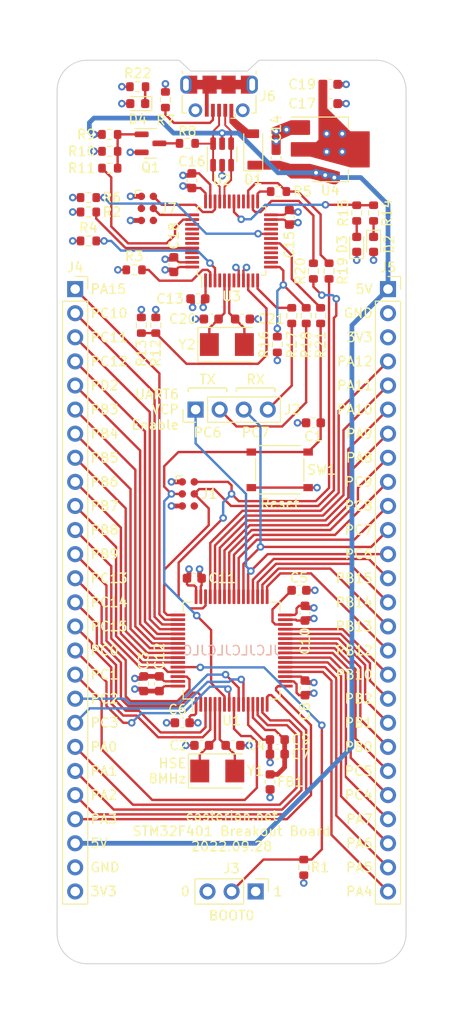
<source format=kicad_pcb>
(kicad_pcb (version 20211014) (generator pcbnew)
  (layers (0 "F.Cu" signal) (1 "In1.Cu" power "GND") (2 "In2.Cu" power "PWR") (31 "B.Cu" signal) (34 "B.Paste" user) (35 "F.Paste" user) (36 "B.SilkS" user "B.Silkscreen") (37 "F.SilkS" user "F.Silkscreen") (38 "B.Mask" user) (39 "F.Mask" user) (44 "Edge.Cuts" user))
  (net 0 "")
  (net 1 "/NRST")
  (net 2 "GND")
  (net 3 "/OSC_IN")
  (net 4 "/OSC_OUT")
  (net 5 "/VCAP1")
  (net 6 "+3.3V")
  (net 7 "+3.3VA")
  (net 8 "VBUS")
  (net 9 "Net-(D2-Pad1)")
  (net 10 "Net-(D3-Pad2)")
  (net 11 "Net-(D4-Pad1)")
  (net 12 "/VCP_TX_JMP")
  (net 13 "/VCP_RX_JMP")
  (net 15 "/BOOT0")
  (net 16 "/ST-LINK_V2/BOOT0_LINK")
  (net 17 "/ST-LINK_V2/PC13_LINK")
  (net 18 "/ST-LINK_V2/PC14_LINK")
  (net 19 "/ST-LINK_V2/PB14_LINK")
  (net 20 "/ST-LINK_V2/PB12_LINK")
  (net 21 "/ST-LINK_V2/BOOT1_LINK")
  (net 22 "/ST-LINK_V2/PA0")
  (net 23 "/ST-LINK_V2/LED")
  (net 24 "/PC13")
  (net 25 "/PC14")
  (net 26 "/PC15")
  (net 27 "/PC0")
  (net 28 "/PC1")
  (net 29 "/PC2")
  (net 30 "/PC3")
  (net 31 "/PA0")
  (net 32 "/PA1")
  (net 33 "/PA2")
  (net 34 "/PA3")
  (net 35 "/PA4")
  (net 36 "/PA5")
  (net 37 "/PA6")
  (net 38 "/PA7")
  (net 39 "/PC4")
  (net 40 "/PC5")
  (net 41 "/PB0")
  (net 42 "/PB1")
  (net 43 "/PB2")
  (net 44 "/PB10")
  (net 45 "/PB12")
  (net 46 "/PB13")
  (net 47 "/PB14")
  (net 48 "/PB15")
  (net 49 "/PC6")
  (net 50 "/PC7")
  (net 51 "/PC8")
  (net 52 "/PC9")
  (net 53 "/PA8")
  (net 54 "/PA9")
  (net 55 "/PA10")
  (net 56 "/PA11")
  (net 57 "/PA12")
  (net 58 "/SWDIO")
  (net 59 "/SWCLK")
  (net 60 "/PA15")
  (net 61 "/PC10")
  (net 62 "/PC11")
  (net 63 "/PC12")
  (net 64 "/PD2")
  (net 65 "/PB3")
  (net 66 "/PB4")
  (net 67 "/PB5")
  (net 68 "/PB6")
  (net 69 "/PB7")
  (net 70 "/PB8")
  (net 71 "/PB9")
  (net 73 "/ST-LINK_V2/OSC_IN_LINK")
  (net 74 "/ST-LINK_V2/OSC_OUT_LINK")
  (net 76 "/ST-LINK_V2/PA2_LINK")
  (net 77 "/ST-LINK_V2/PA3_LINK")
  (net 78 "Net-(Q1-Pad1)")
  (net 79 "Net-(Q1-Pad3)")
  (net 82 "/ST-LINK_V2/PB0_LINK")
  (net 86 "/ST-LINK_V2/PB13_LINK")
  (net 90 "/ST-LINK_V2/USB_D-")
  (net 91 "/ST-LINK_V2/USB_D+")
  (net 92 "/ST-LINK_V2/SWDIO_LINK")
  (net 93 "/ST-LINK_V2/SWCLK_LINK")
  (net 94 "/ST-LINK_V2/USB_RENUM")
  (net 107 "/ST-LINK_V2/USB_PWR")
  (net 108 "/ST-LINK_V2/ID")
  (footprint "Resistor_SMD:R_0603_1608Metric" (layer "F.Cu") (at 165.608 68.18025 90)
    (fp_text reference "R15")
    (fp_text value "1k")
  )
  (footprint "Resistor_SMD:R_0603_1608Metric" (layer "F.Cu") (at 139.5476 59.8932)
    (fp_text reference "R9")
    (fp_text value "10k")
  )
  (footprint "Resistor_SMD:R_0603_1608Metric" (layer "F.Cu") (at 142.875 80.01 90)
    (fp_text reference "R13")
    (fp_text value "4.7k")
  )
  (footprint "Custom Parts:SW_TS-1187A-B-A-B" (layer "F.Cu") (at 157.48 95.25)
    (fp_text reference "SW1")
    (fp_text value "Tactile Switch")
  )
  (footprint "Package_TO_SOT_SMD:SOT-23" (layer "F.Cu") (at 143.8425 60.833)
    (fp_text reference "Q1")
    (fp_text value "S9013")
  )
  (footprint "Capacitor_SMD:C_0603_1608Metric" (layer "F.Cu") (at 146.304 73.62 90)
    (fp_text reference "C18")
    (fp_text value "100nF")
  )
  (footprint "Capacitor_SMD:C_0603_1608Metric" (layer "F.Cu") (at 143.129 117.8 90)
    (fp_text reference "C3")
    (fp_text value "10uF")
  )
  (footprint "Resistor_SMD:R_0603_1608Metric" (layer "F.Cu") (at 161.036 74.295 -90)
    (fp_text reference "R20")
    (fp_text value "22")
  )
  (footprint "Capacitor_SMD:C_0603_1608Metric" (layer "F.Cu") (at 161.036 90.297 180)
    (fp_text reference "C1")
    (fp_text value "100nF")
  )
  (footprint "Resistor_SMD:R_0603_1608Metric" (layer "F.Cu") (at 139.5476 61.6712 180)
    (fp_text reference "R10")
    (fp_text value "33k")
  )
  (footprint "Connector_PinSocket_2.54mm:PinSocket_1x26_P2.54mm_Vertical" (layer "F.Cu") (at 168.91 76.2)
    (fp_text reference "J5")
    (fp_text value "Pin Socket 2.54 mm")
  )
  (footprint "Resistor_SMD:R_0603_1608Metric" (layer "F.Cu") (at 145.415 56.2356 90)
    (fp_text reference "R7")
    (fp_text value "100k")
  )
  (footprint "Capacitor_SMD:C_0603_1608Metric" (layer "F.Cu") (at 144.775 117.8 90)
    (fp_text reference "C12")
    (fp_text value "100nF")
  )
  (footprint "Resistor_SMD:R_0603_1608Metric" (layer "F.Cu") (at 144.399 80.01 -90)
    (fp_text reference "R12")
    (fp_text value "4.7k")
  )
  (footprint "Resistor_SMD:R_0603_1608Metric" (layer "F.Cu") (at 142.494 54.864 180)
    (fp_text reference "R22")
    (fp_text value "1k")
  )
  (footprint "Resistor_SMD:R_0603_1608Metric" (layer "F.Cu") (at 139.5476 63.4492 180)
    (fp_text reference "R11")
    (fp_text value "100")
  )
  (footprint "Resistor_SMD:R_0603_1608Metric" (layer "F.Cu") (at 161.798 78.994 -90)
    (fp_text reference "R21")
    (fp_text value "22")
  )
  (footprint "Crystal:Crystal_SMD_5032-2Pin_5.0x3.2mm" (layer "F.Cu") (at 151.9 82.042)
    (fp_text reference "Y2")
    (fp_text value "8MHz")
  )
  (footprint "Connector_PinHeader_2.54mm:PinHeader_1x03_P2.54mm_Vertical" (layer "F.Cu") (at 154.94 139.7 -90)
    (fp_text reference "J3")
    (fp_text value "Pin Header 2.54 mm")
  )
  (footprint "Capacitor_SMD:C_0603_1608Metric" (layer "F.Cu") (at 149.25 124.3 180)
    (fp_text reference "C2")
    (fp_text value "30pF")
  )
  (footprint "Resistor_SMD:R_0603_1608Metric" (layer "F.Cu") (at 137.287 66.548 180)
    (fp_text reference "R6")
    (fp_text value "100k")
  )
  (footprint "Capacitor_SMD:C_0603_1608Metric" (layer "F.Cu") (at 148.844 77.216 180)
    (fp_text reference "C13")
    (fp_text value "100nF")
  )
  (footprint "Resistor_SMD:R_0603_1608Metric" (layer "F.Cu") (at 137.287 68.072 180)
    (fp_text reference "R2")
    (fp_text value "100k")
  )
  (footprint "Resistor_SMD:R_0603_1608Metric" (layer "F.Cu") (at 157.353 65.913 180)
    (fp_text reference "R5")
    (fp_text value "100")
  )
  (footprint "Capacitor_SMD:C_0603_1608Metric" (layer "F.Cu") (at 162.814 54.61)
    (fp_text reference "C19")
    (fp_text value "10uF")
  )
  (footprint "Resistor_SMD:R_0603_1608Metric" (layer "F.Cu") (at 137.287 71.12 180)
    (fp_text reference "R4")
    (fp_text value "NP")
  )
  (footprint "Capacitor_SMD:C_0603_1608Metric" (layer "F.Cu") (at 158.496 68.625 -90)
    (fp_text reference "C15")
    (fp_text value "100nF")
  )
  (footprint "Connector_PinSocket_2.54mm:PinSocket_1x26_P2.54mm_Vertical" (layer "F.Cu") (at 135.89 76.2)
    (fp_text reference "J4")
    (fp_text value "Pin Socket 2.54 mm")
  )
  (footprint "LED_SMD:LED_0603_1608Metric" (layer "F.Cu") (at 165.608 71.48225 90)
    (fp_text reference "D3")
    (fp_text value "Red")
  )
  (footprint "Capacitor_SMD:C_0603_1608Metric" (layer "F.Cu") (at 148.463 106.68)
    (fp_text reference "C11")
    (fp_text value "100nF")
  )
  (footprint "Diode_SMD:D_SOD-123" (layer "F.Cu") (at 154.686 61.468 90)
    (fp_text reference "D1")
    (fp_text value "B5819W")
  )
  (footprint "MountingHole:MountingHole_2.2mm_M2" (layer "F.Cu") (at 167.64 55.245)
    (fp_text reference "H2" hide)
    (fp_text value "MountingHole")
  )
  (footprint "Resistor_SMD:R_0603_1608Metric" (layer "F.Cu") (at 160.274 78.994 -90)
    (fp_text reference "R18")
    (fp_text value "22")
  )
  (footprint "Resistor_SMD:R_0603_1608Metric" (layer "F.Cu") (at 162.687 74.295 -90)
    (fp_text reference "R19")
    (fp_text value "22")
  )
  (footprint "Crystal:Crystal_SMD_5032-2Pin_5.0x3.2mm" (layer "F.Cu") (at 150.89 127)
    (fp_text reference "Y1")
    (fp_text value "8MHz")
  )
  (footprint "Capacitor_SMD:C_0603_1608Metric" (layer "F.Cu") (at 152.55 124.3)
    (fp_text reference "C4")
    (fp_text value "30pF")
  )
  (footprint "Connector_USB:USB_Micro-B_Molex-105017-0001" (layer "F.Cu") (at 151.0792 55.88 180)
    (fp_text reference "J6")
    (fp_text value "USB Micro B")
  )
  (footprint "Connector:Tag-Connect_TC2030-IDC-NL_2x03_P1.27mm_Vertical" (layer "F.Cu") (at 147.828 97.79 -90)
    (fp_text reference "J1")
    (fp_text value "TC2030-IDC")
  )
  (footprint "Resistor_SMD:R_0603_1608Metric" (layer "F.Cu") (at 147.7264 60.833)
    (fp_text reference "R8")
    (fp_text value "1.5k")
  )
  (footprint "MountingHole:MountingHole_2.2mm_M2" (layer "F.Cu") (at 137.16 144.145)
    (fp_text reference "H3" hide)
    (fp_text value "MountingHole")
  )
  (footprint "Resistor_SMD:R_0603_1608Metric" (layer "F.Cu") (at 167.386 68.18025 -90)
    (fp_text reference "R14")
    (fp_text value "1k")
  )
  (footprint "Capacitor_SMD:C_0603_1608Metric" (layer "F.Cu") (at 148.209 64.77 90)
    (fp_text reference "C16")
    (fp_text value "100nF")
  )
  (footprint "Resistor_SMD:R_0603_1608Metric" (layer "F.Cu") (at 142.113 74.168)
    (fp_text reference "R3")
    (fp_text value "10k")
  )
  (footprint "Capacitor_SMD:C_0603_1608Metric" (layer "F.Cu") (at 153.55 79.35)
    (fp_text reference "C21")
    (fp_text value "30pF")
  )
  (footprint "Capacitor_SMD:C_0603_1608Metric" (layer "F.Cu") (at 157.226 123.698 180)
    (fp_text reference "C9")
    (fp_text value "100nF")
  )
  (footprint "Capacitor_SMD:C_0603_1608Metric" (layer "F.Cu") (at 150.25 79.35)
    (fp_text reference "C20")
    (fp_text value "30pF")
  )
  (footprint "LED_SMD:LED_0603_1608Metric" (layer "F.Cu") (at 142.494 56.642 180)
    (fp_text reference "D4")
    (fp_text value "Red")
  )
  (footprint "Resistor_SMD:R_0603_1608Metric" (layer "F.Cu") (at 160.02 137.16 -90)
    (fp_text reference "R1")
    (fp_text value "100k")
  )
  (footprint "Resistor_SMD:R_0603_1608Metric" (layer "F.Cu") (at 157.226 82.042 90)
    (fp_text reference "R16")
    (fp_text value "100k")
  )
  (footprint "Capacitor_SMD:C_0603_1608Metric" (layer "F.Cu") (at 162.814 56.642)
    (fp_text reference "C17")
    (fp_text value "100nF")
  )
  (footprint "Capacitor_SMD:C_0603_1608Metric" (layer "F.Cu") (at 157.226 125.222 180)
    (fp_text reference "C7")
    (fp_text value "1uF")
  )
  (footprint "Connector_PinHeader_2.54mm:PinHeader_1x04_P2.54mm_Vertical" (layer "F.Cu") (at 148.6 88.9 90)
    (fp_text reference "J2")
    (fp_text value "Pin Header 2.54 mm")
  )
  (footprint "Capacitor_SMD:C_0603_1608Metric" (layer "F.Cu") (at 160.147 118.237 -90)
    (fp_text reference "C8")
    (fp_text value "100nF")
  )
  (footprint "Connector:Tag-Connect_TC2030-IDC-NL_2x03_P1.27mm_Vertical" (layer "F.Cu") (at 143.51 67.691 -90)
    (fp_text reference "J7")
    (fp_text value "TC2030-IDC")
  )
  (footprint "Package_TO_SOT_SMD:SOT-23-6" (layer "F.Cu") (at 151.4 62 90)
    (fp_text reference "U2")
    (fp_text value "USBLC6-2SC6")
  )
  (footprint "Inductor_SMD:L_0603_1608Metric" (layer "F.Cu") (at 156.464 128.143 -90)
    (fp_text reference "FB1")
    (fp_text value "600")
  )
  (footprint "MountingHole:MountingHole_2.2mm_M2" (layer "F.Cu") (at 167.64 144.145)
    (fp_text reference "H4" hide)
    (fp_text value "MountingHole")
  )
  (footprint "Capacitor_SMD:C_0603_1608Metric" (layer "F.Cu") (at 160.147 110.363 -90)
    (fp_text reference "C10")
    (fp_text value "100nF")
  )
  (footprint "Capacitor_SMD:C_0603_1608Metric" (layer "F.Cu") (at 147.193 121.92 180)
    (fp_text reference "C6")
    (fp_text value "100nF")
  )
  (footprint "Package_QFP:LQFP-48_7x7mm_P0.5mm" (layer "F.Cu") (at 152.4 71.12 90)
    (fp_text reference "U3")
    (fp_text value "STM32F103CBT6")
  )
  (footprint "LED_SMD:LED_0603_1608Metric" (layer "F.Cu") (at 167.386 71.48225 -90)
    (fp_text reference "D2")
    (fp_text value "Green")
  )
  (footprint "Capacitor_SMD:C_0603_1608Metric" (layer "F.Cu") (at 159.512 107.95)
    (fp_text reference "C5")
    (fp_text value "4.7uF")
  )
  (footprint "Resistor_SMD:R_0603_1608Metric" (layer "F.Cu") (at 158.75 78.994 -90)
    (fp_text reference "R17")
    (fp_text value "22")
  )
  (footprint "Package_TO_SOT_SMD:SOT-223-3_TabPin2" (layer "F.Cu") (at 162.814 61.468)
    (fp_text reference "U4")
    (fp_text value "AMS1117-3.3")
  )
  (footprint "MountingHole:MountingHole_2.2mm_M2" (layer "F.Cu") (at 137.16 55.245)
    (fp_text reference "H1" hide)
    (fp_text value "MountingHole")
  )
  (footprint "Capacitor_SMD:C_0603_1608Metric" (layer "F.Cu") (at 157.099 62.357 90)
    (fp_text reference "C14")
    (fp_text value "10uF")
  )
  (footprint "Package_QFP:LQFP-64_10x10mm_P0.5mm" (layer "F.Cu") (at 152.4 114.3 90)
    (fp_text reference "U1")
    (fp_text value "STM32F401RCT6")
  )
  (gr_line (start 151.892 86.995) (end 151.892 86.614) (layer "F.SilkS") (width 0.15))
  (gr_line (start 147.828 86.614) (end 151.892 86.614) (layer "F.SilkS") (width 0.15))
  (gr_line (start 156.972 86.995) (end 156.972 86.614) (layer "F.SilkS") (width 0.15))
  (gr_line (start 147.828 86.995) (end 147.828 86.614) (layer "F.SilkS") (width 0.15))
  (gr_line (start 152.908 86.614) (end 156.972 86.614) (layer "F.SilkS") (width 0.15))
  (gr_line (start 152.908 86.995) (end 152.908 86.614) (layer "F.SilkS") (width 0.15))
  (gr_arc (start 167.64 52.07) (mid 169.885064 52.999936) (end 170.815 55.245) (layer "Edge.Cuts") (width 0.1))
  (gr_line (start 148.082 53.213) (end 146.8628 52.07) (layer "Edge.Cuts") (width 0.1))
  (gr_arc (start 137.16 147.32) (mid 134.914936 146.390064) (end 133.985 144.145) (layer "Edge.Cuts") (width 0.1))
  (gr_line (start 148.082 53.213) (end 154.0764 53.213) (layer "Edge.Cuts") (width 0.1))
  (gr_line (start 133.985 144.145) (end 133.985 55.245) (layer "Edge.Cuts") (width 0.1))
  (gr_line (start 137.16 52.07) (end 146.8628 52.07) (layer "Edge.Cuts") (width 0.1))
  (gr_line (start 170.815 144.145) (end 170.815 55.245) (layer "Edge.Cuts") (width 0.1))
  (gr_arc (start 170.815 144.145) (mid 169.885064 146.390064) (end 167.64 147.32) (layer "Edge.Cuts") (width 0.1))
  (gr_line (start 137.16 147.32) (end 167.64 147.32) (layer "Edge.Cuts") (width 0.1))
  (gr_arc (start 133.985 55.245) (mid 134.914936 52.999936) (end 137.16 52.07) (layer "Edge.Cuts") (width 0.1))
  (gr_line (start 154.0764 53.213) (end 155.2956 52.07) (layer "Edge.Cuts") (width 0.1))
  (gr_line (start 167.64 52.07) (end 155.2956 52.07) (layer "Edge.Cuts") (width 0.1))
  (gr_text "JLCJLCJLCJLC" (at 152.4 114.3) (layer "B.SilkS") (effects (font (size 1 1)) (justify mirror)))
  (gr_text "PA5" (at 167.386 137.16) (layer "F.SilkS") (effects (font (size 1 1)) (justify right)))
  (gr_text "PC5" (at 167.386 127) (layer "F.SilkS") (effects (font (size 1 1)) (justify right)))
  (gr_text "PC13" (at 137.414 106.68) (layer "F.SilkS") (effects (font (size 1 1)) (justify left)))
  (gr_text "PC6" (at 167.386 104.14) (layer "F.SilkS") (effects (font (size 1 1)) (justify right)))
  (gr_text "PC7" (at 154.94 91.313) (layer "F.SilkS") (effects (font (size 1 1))))
  (gr_text "PC14" (at 137.414 109.22) (layer "F.SilkS") (effects (font (size 1 1)) (justify left)))
  (gr_text "3V3" (at 137.414 139.7) (layer "F.SilkS") (effects (font (size 1 1)) (justify left)))
  (gr_text "1" (at 156.718 139.7) (layer "F.SilkS") (effects (font (size 1 1)) (justify left)))
  (gr_text "GND" (at 167.386 78.74) (layer "F.SilkS") (effects (font (size 1 1)) (justify right)))
  (gr_text "BOOT0" (at 152.4 142.24) (layer "F.SilkS") (effects (font (size 1 1))))
  (gr_text "PA8" (at 167.386 93.98) (layer "F.SilkS") (effects (font (size 1 1)) (justify right)))
  (gr_text "PC11" (at 137.414 81.28) (layer "F.SilkS") (effects (font (size 1 1)) (justify left)))
  (gr_text "UART6\nVCP\nEnable" (at 146.939 88.9) (layer "F.SilkS") (effects (font (size 1 1)) (justify right)))
  (gr_text "PC7" (at 167.386 101.6) (layer "F.SilkS") (effects (font (size 1 1)) (justify right)))
  (gr_text "PA9" (at 167.386 91.44) (layer "F.SilkS") (effects (font (size 1 1)) (justify right)))
  (gr_text "PB12" (at 167.386 114.3) (layer "F.SilkS") (effects (font (size 1 1)) (justify right)))
  (gr_text "PB13" (at 167.386 111.76) (layer "F.SilkS") (effects (font (size 1 1)) (justify right)))
  (gr_text "PA12" (at 167.386 83.82) (layer "F.SilkS") (effects (font (size 1 1)) (justify right)))
  (gr_text "PB14" (at 167.386 109.22) (layer "F.SilkS") (effects (font (size 1 1)) (justify right)))
  (gr_text "PC1" (at 137.414 116.84) (layer "F.SilkS") (effects (font (size 1 1)) (justify left)))
  (gr_text "PB5" (at 137.414 93.98) (layer "F.SilkS") (effects (font (size 1 1)) (justify left)))
  (gr_text "PA0" (at 137.414 124.46) (layer "F.SilkS") (effects (font (size 1 1)) (justify left)))
  (gr_text "3V3" (at 167.386 81.28) (layer "F.SilkS") (effects (font (size 1 1)) (justify right)))
  (gr_text "PA10" (at 167.386 88.9) (layer "F.SilkS") (effects (font (size 1 1)) (justify right)))
  (gr_text "PB1" (at 167.386 121.92) (layer "F.SilkS") (effects (font (size 1 1)) (justify right)))
  (gr_text "PC2" (at 137.414 119.38) (layer "F.SilkS") (effects (font (size 1 1)) (justify left)))
  (gr_text "5V" (at 167.386 76.2) (layer "F.SilkS") (effects (font (size 1 1)) (justify right)))
  (gr_text "PA4" (at 167.386 139.7) (layer "F.SilkS") (effects (font (size 1 1)) (justify right)))
  (gr_text "PB6" (at 137.414 96.52) (layer "F.SilkS") (effects (font (size 1 1)) (justify left)))
  (gr_text "PA2" (at 137.414 129.54) (layer "F.SilkS") (effects (font (size 1 1)) (justify left)))
  (gr_text "TX" (at 149.86 85.725) (layer "F.SilkS") (effects (font (size 1 1))))
  (gr_text "RX" (at 154.94 85.725) (layer "F.SilkS") (effects (font (size 1 1))))
  (gr_text "PC12" (at 137.414 83.82) (layer "F.SilkS") (effects (font (size 1 1)) (justify left)))
  (gr_text "PA11" (at 167.386 86.36) (layer "F.SilkS") (effects (font (size 1 1)) (justify right)))
  (gr_text "PC15" (at 137.414 111.76) (layer "F.SilkS") (effects (font (size 1 1)) (justify left)))
  (gr_text "HSE\n8MHz" (at 147.701 127) (layer "F.SilkS") (effects (font (size 1 1)) (justify right)))
  (gr_text "PC8" (at 167.386 99.06) (layer "F.SilkS") (effects (font (size 1 1)) (justify right)))
  (gr_text "PB9" (at 137.414 104.14) (layer "F.SilkS") (effects (font (size 1 1)) (justify left)))
  (gr_text "PA7" (at 167.386 132.08) (layer "F.SilkS") (effects (font (size 1 1)) (justify right)))
  (gr_text "PC10" (at 137.414 78.74) (layer "F.SilkS") (effects (font (size 1 1)) (justify left)))
  (gr_text "PB3" (at 137.414 88.9) (layer "F.SilkS") (effects (font (size 1 1)) (justify left)))
  (gr_text "PD2" (at 137.414 86.36) (layer "F.SilkS") (effects (font (size 1 1)) (justify left)))
  (gr_text "PC3" (at 137.414 121.92) (layer "F.SilkS") (effects (font (size 1 1)) (justify left)))
  (gr_text "0" (at 148.082 139.7) (layer "F.SilkS") (effects (font (size 1 1)) (justify right)))
  (gr_text "casterian.net\nSTM32F401 Breakout Board\n2022.09.28" (at 152.4 133.35) (layer "F.SilkS") (effects (font (size 1 1))))
  (gr_text "PC4" (at 167.386 129.54) (layer "F.SilkS") (effects (font (size 1 1)) (justify right)))
  (gr_text "PB8" (at 137.414 101.6) (layer "F.SilkS") (effects (font (size 1 1)) (justify left)))
  (gr_text "PA1" (at 137.414 127) (layer "F.SilkS") (effects (font (size 1 1)) (justify left)))
  (gr_text "PB0" (at 167.386 124.46) (layer "F.SilkS") (effects (font (size 1 1)) (justify right)))
  (gr_text "PB7" (at 137.414 99.06) (layer "F.SilkS") (effects (font (size 1 1)) (justify left)))
  (gr_text "PC6" (at 149.86 91.313) (layer "F.SilkS") (effects (font (size 1 1))))
  (gr_text "PC0" (at 137.414 114.3) (layer "F.SilkS") (effects (font (size 1 1)) (justify left)))
  (gr_text "PB2" (at 167.386 119.38) (layer "F.SilkS") (effects (font (size 1 1)) (justify right)))
  (gr_text "PA3" (at 137.414 132.08) (layer "F.SilkS") (effects (font (size 1 1)) (justify left)))
  (gr_text "PB15" (at 167.386 106.68) (layer "F.SilkS") (effects (font (size 1 1)) (justify right)))
  (gr_text "PA6" (at 167.386 134.62) (layer "F.SilkS") (effects (font (size 1 1)) (justify right)))
  (gr_text "PB10" (at 167.386 116.84) (layer "F.SilkS") (effects (font (size 1 1)) (justify right)))
  (gr_text "PA15" (at 137.414 76.2) (layer "F.SilkS") (effects (font (size 1 1)) (justify left)))
  (gr_text "GND" (at 137.414 137.16) (layer "F.SilkS") (effects (font (size 1 1)) (justify left)))
  (gr_text "Reset" (at 157.48 98.806) (layer "F.SilkS") (effects (font (size 1 1))))
  (gr_text "PB4" (at 137.414 91.44) (layer "F.SilkS") (effects (font (size 1 1)) (justify left)))
  (gr_text "5V" (at 137.414 134.62) (layer "F.SilkS") (effects (font (size 1 1)) (justify left)))
  (gr_text "PC9" (at 167.386 96.52) (layer "F.SilkS") (effects (font (size 1 1)) (justify right)))
  (segment (start 161.798 90.31) (end 161.811 90.297) (width 0.25) (layer "F.Cu") (net 1))
  (segment (start 161.798 90.284) (end 161.811 90.297) (width 0.25) (layer "F.Cu") (net 1))
  (segment (start 151.65 119.975) (end 151.65 119.134315) (width 0.25) (layer "F.Cu") (net 1))
  (segment (start 150.241 112.141) (end 148.717 110.617) (width 0.25) (layer "F.Cu") (net 1))
  (segment (start 161.798 92.057) (end 161.798 90.31) (width 0.25) (layer "F.Cu") (net 1))
  (segment (start 161.798 92.057) (end 160.48 93.375) (width 0.25) (layer "F.Cu") (net 1))
  (segment (start 150.241 117.725315) (end 150.241 112.141) (width 0.25) (layer "F.Cu") (net 1))
  (segment (start 145.288 97.028) (end 146.05 97.79) (width 0.25) (layer "F.Cu") (net 1))
  (segment (start 154.48 93.375) (end 160.48 93.375) (width 0.25) (layer "F.Cu") (net 1))
  (segment (start 145.288 94.869) (end 145.288 97.028) (width 0.25) (layer "F.Cu") (net 1))
  (segment (start 154.48 93.375) (end 146.782 93.375) (width 0.25) (layer "F.Cu") (net 1))
  (segment (start 161.798 79.819) (end 161.798 90.284) (width 0.25) (layer "F.Cu") (net 1))
  (segment (start 146.782 93.375) (end 145.288 94.869) (width 0.25) (layer "F.Cu") (net 1))
  (segment (start 151.65 119.134315) (end 150.241 117.725315) (width 0.25) (layer "F.Cu") (net 1))
  (segment (start 147.193 97.79) (end 146.05 97.79) (width 0.25) (layer "F.Cu") (net 1))
  (via (at 146.05 97.79) (size 0.8) (drill 0.4) (layers "F.Cu" "B.Cu") (net 1))
  (via (at 148.717 110.617) (size 0.8) (drill 0.4) (layers "F.Cu" "B.Cu") (net 1))
  (segment (start 145.288 107.188) (end 145.288 98.552) (width 0.25) (layer "B.Cu") (net 1))
  (segment (start 148.717 110.617) (end 145.288 107.188) (width 0.25) (layer "B.Cu") (net 1))
  (segment (start 145.288 98.552) (end 146.05 97.79) (width 0.25) (layer "B.Cu") (net 1))
  (segment (start 161.4124 97.125) (end 161.417 97.1296) (width 0.25) (layer "F.Cu") (net 2))
  (segment (start 142.875 79.185) (end 142.875 78.359) (width 0.25) (layer "F.Cu") (net 2))
  (segment (start 160.02 137.985) (end 160.02 138.811) (width 0.25) (layer "F.Cu") (net 2))
  (segment (start 148.069 77.216) (end 148.2852 77.4322) (width 0.5) (layer "F.Cu") (net 2))
  (segment (start 146.304 72.845) (end 146.829 73.37) (width 0.25) (layer "F.Cu") (net 2))
  (segment (start 149.7792 54.9425) (end 150.0792 54.6425) (width 0.4) (layer "F.Cu") (net 2))
  (segment (start 142.9076 117.2464) (end 143.129 117.025) (width 0.5) (layer "F.Cu") (net 2))
  (segment (start 146.0986 73.0504) (end 145.3896 73.0504) (width 0.5) (layer "F.Cu") (net 2))
  (segment (start 136.462 68.072) (end 135.636 68.072) (width 0.25) (layer "F.Cu") (net 2))
  (segment (start 163.589 56.642) (end 164.4904 56.642) (width 0.5) (layer "F.Cu") (net 2))
  (segment (start 146.829 73.37) (end 148.2375 73.37) (width 0.25) (layer "F.Cu") (net 2))
  (segment (start 156.451 123.698) (end 155.702 123.698) (width 0.25) (layer "F.Cu") (net 2))
  (segment (start 141.669 54.864) (end 140.8176 54.864) (width 0.25) (layer "F.Cu") (net 2))
  (segment (start 153.15 74.2068) (end 152.8572 73.914) (width 0.25) (layer "F.Cu") (net 2))
  (segment (start 154.48 97.125) (end 160.48 97.125) (width 0.25) (layer "F.Cu") (net 2))
  (segment (start 160.3632 110.9218) (end 160.147 111.138) (width 0.5) (layer "F.Cu") (net 2))
  (segment (start 147.5776 124.3) (end 147.574 124.3036) (width 0.25) (layer "F.Cu") (net 2))
  (segment (start 151.4 63.1375) (end 151.4 64.25) (width 0.25) (layer "F.Cu") (net 2))
  (segment (start 156.451 125.222) (end 156.451 126.098) (width 0.5) (layer "F.Cu") (net 2))
  (segment (start 149.0218 105.7148) (end 149.0218 106.4638) (width 0.5) (layer "F.Cu") (net 2))
  (segment (start 150.0792 54.6425) (end 152.0792 54.6425) (width 1) (layer "F.Cu") (net 2))
  (segment (start 142.875 68.961) (end 141.732 68.961) (width 0.5) (layer "F.Cu") (net 2))
  (segment (start 165.608 72.26975) (end 165.608 73.152) (width 0.25) (layer "F.Cu") (net 2))
  (segment (start 149.475 79.35) (end 148.6 79.35) (width 0.25) (layer "F.Cu") (net 2))
  (segment (start 159.183 111.05) (end 159.271 111.138) (width 0.25) (layer "F.Cu") (net 2))
  (segment (start 160.3632 118.7958) (end 160.147 119.012) (width 0.5) (layer "F.Cu") (net 2))
  (segment (start 158.075 111.05) (end 159.183 111.05) (width 0.25) (layer "F.Cu") (net 2))
  (segment (start 159.4104 69.1896) (end 158.7064 69.1896) (width 0.5) (layer "F.Cu") (net 2))
  (segment (start 149.15 108.625) (end 149.15 107.517) (width 0.25) (layer "F.Cu") (net 2))
  (segment (start 159.525 119.012) (end 160.147 119.012) (width 0.25) (layer "F.Cu") (net 2))
  (segment (start 153.15 75.2825) (end 153.15 74.2068) (width 0.25) (layer "F.Cu") (net 2))
  (segment (start 146.304 72.845) (end 146.0986 73.0504) (width 0.5) (layer "F.Cu") (net 2))
  (segment (start 161.0868 110.9218) (end 160.3632 110.9218) (width 0.5) (layer "F.Cu") (net 2))
  (segment (start 158.7064 69.1896) (end 158.496 69.4) (width 0.5) (layer "F.Cu") (net 2))
  (segment (start 154.15 122.146) (end 154.15 119.975) (width 0.25) (layer "F.Cu") (net 2))
  (segment (start 136.462 71.12) (end 135.636 71.12) (width 0.25) (layer "F.Cu") (net 2))
  (segment (start 149.15 107.517) (end 149.238 107.429) (width 0.25) (layer "F.Cu") (net 2))
  (segment (start 148.1792 54.6425) (end 150.0792 54.6425) (width 1) (layer "F.Cu") (net 2))
  (segment (start 160.287 107.95) (end 161.1884 107.95) (width 0.25) (layer "F.Cu") (net 2))
  (segment (start 142.1892 117.2464) (end 142.9076 117.2464) (width 0.5) (layer "F.Cu") (net 2))
  (segment (start 148.475 124.3) (end 147.5776 124.3) (width 0.25) (layer "F.Cu") (net 2))
  (segment (start 158.075 117.55) (end 158.952 117.55) (width 0.25) (layer "F.Cu") (net 2))
  (segment (start 138.7226 61.6712) (end 137.8712 61.6712) (width 0.25) (layer "F.Cu") (net 2))
  (segment (start 149.238 107.429) (end 149.238 106.68) (width 0.25) (layer "F.Cu") (net 2))
  (segment (start 146.418 121.92) (end 145.542 121.92) (width 0.25) (layer "F.Cu") (net 2))
  (segment (start 156.451 123.698) (end 156.451 125.222) (width 0.5) (layer "F.Cu") (net 2))
  (segment (start 145.415 55.4106) (end 145.415 54.5592) (width 0.25) (layer "F.Cu") (net 2))
  (segment (start 159.258 117.856) (end 159.258 118.745) (width 0.25) (layer "F.Cu") (net 2))
  (segment (start 157.966 68.87) (end 158.496 69.4) (width 0.25) (layer "F.Cu") (net 2))
  (segment (start 154.2252 124.3) (end 154.2288 124.3036) (width 0.25) (layer "F.Cu") (net 2))
  (segment (start 153.325 124.3) (end 154.2252 124.3) (width 0.25) (layer "F.Cu") (net 2))
  (segment (start 155.702 123.698) (end 154.15 122.146) (width 0.25) (layer "F.Cu") (net 2))
  (segment (start 150.15 65.187) (end 150.15 66.9575) (width 0.25) (layer "F.Cu") (net 2))
  (segment (start 143.129 117.025) (end 144.775 117.025) (width 0.5) (layer "F.Cu") (net 2))
  (segment (start 148.209 63.995) (end 148.958 63.995) (width 0.25) (layer "F.Cu") (net 2))
  (segment (start 152.0792 54.6425) (end 153.9792 54.6425) (width 1) (layer "F.Cu") (net 2))
  (segment (start 159.258 118.745) (end 159.525 119.012) (width 0.25) (layer "F.Cu") (net 2))
  (segment (start 136.462 66.548) (end 135.636 66.548) (width 0.25) (layer "F.Cu") (net 2))
  (segment (start 144.775 117.025) (end 145.3 117.55) (width 0.25) (layer "F.Cu") (net 2))
  (segment (start 147.193 99.06) (end 146.05 99.06) (width 0.5) (layer "F.Cu") (net 2))
  (segment (start 160.261 90.297) (end 159.3596 90.297) (width 0.25) (layer "F.Cu") (net 2))
  (segment (start 148.958 63.995) (end 150.15 65.187) (width 0.25) (layer "F.Cu") (net 2))
  (segment (start 160.48 97.125) (end 161.4124 97.125) (width 0.25) (layer "F.Cu") (net 2))
  (segment (start 159.271 111.138) (end 160.147 111.138) (width 0.25) (layer "F.Cu") (net 2))
  (segment (start 147.9928 64.2112) (end 148.209 63.995) (width 0.5) (layer "F.Cu") (net 2))
  (segment (start 158.952 117.55) (end 159.258 117.856) (width 0.25) (layer "F.Cu") (net 2))
  (segment (start 149.0218 106.4638) (end 149.238 106.68) (width 0.5) (layer "F.Cu") (net 2))
  (segment (start 163.589 54.61) (end 164.4904 54.61) (width 0.5) (layer "F.Cu") (net 2))
  (segment (start 149.7792 57.3425) (end 149.7792 54.9425) (width 0.4) (layer "F.Cu") (net 2))
  (segment (start 147.2692 64.2112) (end 147.9928 64.2112) (width 0.5) (layer "F.Cu") (net 2))
  (segment (start 145.3 117.55) (end 146.725 117.55) (width 0.25) (layer "F.Cu") (net 2))
  (segment (start 154.325 79.35) (end 155.2 79.35) (width 0.25) (layer "F.Cu") (net 2))
  (segment (start 156.5625 68.87) (end 157.966 68.87) (width 0.25) (layer "F.Cu") (net 2))
  (segment (start 148.2852 77.4322) (end 148.2852 78.1304) (width 0.5) (layer "F.Cu") (net 2))
  (segment (start 141.288 74.168) (end 140.398 74.168) (width 0.25) (layer "F.Cu") (net 2))
  (segment (start 161.0868 118.7958) (end 160.3632 118.7958) (width 0.5) (layer "F.Cu") (net 2))
  (segment (start 156.451 126.098) (end 156.464 126.111) (width 0.5) (layer "F.Cu") (net 2))
  (via (at 141.732 68.961) (size 0.8) (drill 0.4) (layers "F.Cu" "B.Cu") (net 2))
  (via (at 161.1884 107.95) (size 0.8) (drill 0.4) (layers "F.Cu" "B.Cu") (net 2))
  (via (at 161.0868 110.9218) (size 0.8) (drill 0.4) (layers "F.Cu" "B.Cu") (net 2))
  (via (at 159.4104 69.1896) (size 0.8) (drill 0.4) (layers "F.Cu" "B.Cu") (net 2))
  (via (at 140.8176 54.864) (size 0.8) (drill 0.4) (layers "F.Cu" "B.Cu") (net 2))
  (via (at 161.0868 118.7958) (size 0.8) (drill 0.4) (layers "F.Cu" "B.Cu") (net 2))
  (via (at 151.4 64.25) (size 0.8) (drill 0.4) (layers "F.Cu" "B.Cu") (net 2))
  (via (at 146.05 99.06) (size 0.8) (drill 0.4) (layers "F.Cu" "B.Cu") (net 2))
  (via (at 145.542 121.92) (size 0.8) (drill 0.4) (layers "F.Cu" "B.Cu") (net 2))
  (via (at 142.875 78.359) (size 0.8) (drill 0.4) (layers "F.Cu" "B.Cu") (net 2))
  (via (at 148.6 79.35) (size 0.8) (drill 0.4) (layers "F.Cu" "B.Cu") (net 2))
  (via (at 164.4904 54.61) (size 0.8) (drill 0.4) (layers "F.Cu" "B.Cu") (net 2))
  (via (at 154.2288 124.3036) (size 0.8) (drill 0.4) (layers "F.Cu" "B.Cu") (net 2))
  (via (at 137.8712 61.6712) (size 0.8) (drill 0.4) (layers "F.Cu" "B.Cu") (net 2))
  (via (at 157.099 59.563) (size 0.8) (drill 0.4) (layers "F.Cu" "B.Cu") (net 2))
  (via (at 160.02 138.811) (size 0.8) (drill 0.4) (layers "F.Cu" "B.Cu") (net 2))
  (via (at 152.8572 73.914) (size 0.8) (drill 0.4) (layers "F.Cu" "B.Cu") (net 2))
  (via (at 135.636 66.548) (size 0.8) (drill 0.4) (layers "F.Cu" "B.Cu") (net 2))
  (via (at 156.464 126.111) (size 0.8) (drill 0.4) (layers "F.Cu" "B.Cu") (net 2))
  (via (at 135.636 71.12) (size 0.8) (drill 0.4) (layers "F.Cu" "B.Cu") (net 2))
  (via (at 165.608 73.152) (size 0.8) (drill 0.4) (layers "F.Cu" "B.Cu") (net 2))
  (via (at 147.2692 64.2112) (size 0.8) (drill 0.4) (layers "F.Cu" "B.Cu") (net 2))
  (via (at 149.0218 105.7148) (size 0.8) (drill 0.4) (layers "F.Cu" "B.Cu") (net 2))
  (via (at 164.4904 56.642) (size 0.8) (drill 0.4) (layers "F.Cu" "B.Cu") (net 2))
  (via (at 157.099 60.6044) (size 0.8) (drill 0.4) (layers "F.Cu" "B.Cu") (net 2))
  (via (at 159.3596 90.297) (size 0.8) (drill 0.4) (layers "F.Cu" "B.Cu") (net 2))
  (via (at 155.2 79.35) (size 0.8) (drill 0.4) (layers "F.Cu" "B.Cu") (net 2))
  (via (at 161.417 97.1296) (size 0.8) (drill 0.4) (layers "F.Cu" "B.Cu") (net 2))
  (via (at 145.415 54.5592) (size 0.8) (drill 0.4) (layers "F.Cu" "B.Cu") (net 2))
  (via (at 140.398 74.168) (size 0.8) (drill 0.4) (layers "F.Cu" "B.Cu") (net 2))
  (via (at 135.636 68.072) (size 0.8) (drill 0.4) (layers "F.Cu" "B.Cu") (net 2))
  (via (at 142.1892 117.2464) (size 0.8) (drill 0.4) (layers "F.Cu" "B.Cu") (net 2))
  (via (at 147.574 124.3036) (size 0.8) (drill 0.4) (layers "F.Cu" "B.Cu") (net 2))
  (via (at 148.2852 78.1304) (size 0.8) (drill 0.4) (layers "F.Cu" "B.Cu") (net 2))
  (via (at 158.1912 59.3852) (size 0.8) (drill 0.4) (layers "F.Cu" "B.Cu") (net 2))
  (via (at 145.3896 73.0504) (size 0.8) (drill 0.4) (layers "F.Cu" "B.Cu") (net 2))
  (segment (start 150.025 124.3) (end 149.04 125.285) (width 0.25) (layer "F.Cu") (net 3))
  (segment (start 150.65 123.675) (end 150.025 124.3) (width 0.25) (layer "F.Cu") (net 3))
  (segment (start 150.65 119.975) (end 150.65 123.679) (width 0.25) (layer "F.Cu") (net 3))
  (segment (start 149.04 125.289) (end 149.04 127) (width 0.25) (layer "F.Cu") (net 3))
  (segment (start 151.15 119.975) (end 151.15 123.679) (width 0.25) (layer "F.Cu") (net 4))
  (segment (start 151.775 124.3) (end 152.74 125.265) (width 0.25) (layer "F.Cu") (net 4))
  (segment (start 152.74 125.269) (end 152.74 127) (width 0.25) (layer "F.Cu") (net 4))
  (segment (start 151.15 123.675) (end 151.775 124.3) (width 0.25) (layer "F.Cu") (net 4))
  (segment (start 156.718 109.969) (end 156.718 111.252) (width 0.25) (layer "F.Cu") (net 5))
  (segment (start 157.016 111.55) (end 158.075 111.55) (width 0.25) (layer "F.Cu") (net 5))
  (segment (start 158.737 107.95) (end 156.718 109.969) (width 0.25) (layer "F.Cu") (net 5))
  (segment (start 156.718 111.252) (end 157.016 111.55) (width 0.25) (layer "F.Cu") (net 5))
  (segment (start 143.129 118.575) (end 144.775 118.575) (width 0.5) (layer "F.Cu") (net 6))
  (segment (start 148.65 107.629) (end 148.463 107.442) (width 0.25) (layer "F.Cu") (net 6))
  (segment (start 146.304 74.395) (end 146.077 74.168) (width 0.5) (layer "F.Cu") (net 6))
  (segment (start 149.619 77.216) (end 149.4028 77.4322) (width 0.5) (layer "F.Cu") (net 6))
  (segment (start 159.258 109.855) (end 159.525 109.588) (width 0.25) (layer "F.Cu") (net 6))
  (segment (start 147.688 107.302) (end 147.688 106.68) (width 0.25) (layer "F.Cu") (net 6))
  (segment (start 157.976 68.37) (end 158.496 67.85) (width 0.25) (layer "F.Cu") (net 6))
  (segment (start 157.226 82.867) (end 157.226 83.7184) (width 0.25) (layer "F.Cu") (net 6))
  (segment (start 142.1892 118.364) (end 142.918 118.364) (width 0.5) (layer "F.Cu") (net 6))
  (segment (start 158.718 68.072) (end 158.496 67.85) (width 0.5) (layer "F.Cu") (net 6))
  (segment (start 149.65 66.084) (end 149.111 65.545) (width 0.25) (layer "F.Cu") (net 6))
  (segment (start 147.9928 65.3288) (end 148.209 65.545) (width 0.5) (layer "F.Cu") (net 6))
  (segment (start 147.193 96.52) (end 146.05 96.52) (width 0.5) (layer "F.Cu") (net 6))
  (segment (start 158.075 117.05) (end 159.735 117.05) (width 0.25) (layer "F.Cu") (net 6))
  (segment (start 147.2692 65.3288) (end 147.9928 65.3288) (width 0.5) (layer "F.Cu") (net 6))
  (segment (start 146.829 73.87) (end 146.304 74.395) (width 0.25) (layer "F.Cu") (net 6))
  (segment (start 159.071 110.55) (end 159.258 110.363) (width 0.25) (layer "F.Cu") (net 6))
  (segment (start 167.386 72.26975) (end 167.386 73.152) (width 0.25) (layer "F.Cu") (net 6))
  (segment (start 148.463 107.442) (end 147.828 107.442) (width 0.25) (layer "F.Cu") (net 6))
  (segment (start 149.65 75.2825) (end 149.65 77.185) (width 0.25) (layer "F.Cu") (net 6))
  (segment (start 142.918 118.364) (end 143.129 118.575) (width 0.5) (layer "F.Cu") (net 6))
  (segment (start 149.111 65.545) (end 148.209 65.545) (width 0.25) (layer "F.Cu") (net 6))
  (segment (start 158.075 110.55) (end 159.071 110.55) (width 0.25) (layer "F.Cu") (net 6))
  (segment (start 148.65 120.9456) (end 148.4884 121.1072) (width 0.25) (layer "F.Cu") (net 6))
  (segment (start 153.65 75.2825) (end 153.65 74.2388) (width 0.25) (layer "F.Cu") (net 6))
  (segment (start 147.968 121.92) (end 148.844 121.92) (width 0.25) (layer "F.Cu") (net 6))
  (segment (start 148.4884 121.1072) (end 148.1328 121.1072) (width 0.25) (layer "F.Cu") (net 6))
  (segment (start 141.7065 56.642) (end 140.8176 56.642) (width 0.25) (layer "F.Cu") (net 6))
  (segment (start 149.4028 77.4322) (end 149.4028 78.1304) (width 0.5) (layer "F.Cu") (net 6))
  (segment (start 144.399 79.185) (end 144.399 78.359) (width 0.25) (layer "F.Cu") (net 6))
  (segment (start 149.65 77.185) (end 149.619 77.216) (width 0.25) (layer "F.Cu") (net 6))
  (segment (start 153.65 74.2388) (end 153.9748 73.914) (width 0.25) (layer "F.Cu") (net 6))
  (segment (start 147.968 121.272) (end 147.968 121.92) (width 0.25) (layer "F.Cu") (net 6))
  (segment (start 146.725 118.05) (end 145.3 118.05) (width 0.25) (layer "F.Cu") (net 6))
  (segment (start 148.65 108.625) (end 148.65 107.629) (width 0.25) (layer "F.Cu") (net 6))
  (segment (start 148.65 119.975) (end 148.65 120.9456) (width 0.25) (layer "F.Cu") (net 6))
  (segment (start 160.3632 117.6782) (end 160.147 117.462) (width 0.5) (layer "F.Cu") (net 6))
  (segment (start 142.905 61.783) (end 141.7126 61.783) (width 0.25) (layer "F.Cu") (net 6))
  (segment (start 156.464 128.9305) (end 156.464 129.794) (width 0.5) (layer "F.Cu") (net 6))
  (segment (start 146.077 74.168) (end 145.3896 74.168) (width 0.5) (layer "F.Cu") (net 6))
  (segment (start 147.9042 105.7148) (end 147.9042 106.4638) (width 0.5) (layer "F.Cu") (net 6))
  (segment (start 159.735 117.05) (end 160.147 117.462) (width 0.25) (layer "F.Cu") (net 6))
  (segment (start 159.4104 68.072) (end 158.718 68.072) (width 0.5) (layer "F.Cu") (net 6))
  (segment (start 148.2375 73.87) (end 146.829 73.87) (width 0.25) (layer "F.Cu") (net 6))
  (segment (start 161.0868 117.6782) (end 160.3632 117.6782) (width 0.5) (layer "F.Cu") (net 6))
  (segment (start 142.875 66.421) (end 141.732 66.421) (width 0.5) (layer "F.Cu") (net 6))
  (segment (start 149.65 66.9575) (end 149.65 66.084) (width 0.25) (layer "F.Cu") (net 6))
  (segment (start 160.3632 109.8042) (end 160.147 109.588) (width 0.5) (layer "F.Cu") (net 6))
  (segment (start 159.525 109.588) (end 160.147 109.588) (width 0.25) (layer "F.Cu") (net 6))
  (segment (start 159.258 110.363) (end 159.258 109.855) (width 0.25) (layer "F.Cu") (net 6))
  (segment (start 145.3 118.05) (end 144.775 118.575) (width 0.25) (layer "F.Cu") (net 6))
  (segment (start 148.1328 121.1072) (end 147.968 121.272) (width 0.25) (layer "F.Cu") (net 6))
  (segment (start 147.828 107.442) (end 147.688 107.302) (width 0.25) (layer "F.Cu") (net 6))
  (segment (start 161.0868 109.8042) (end 160.3632 109.8042) (width 0.5) (layer "F.Cu") (net 6))
  (segment (start 147.9042 106.4638) (end 147.688 106.68) (width 0.5) (layer "F.Cu") (net 6))
  (segment (start 156.5625 68.37) (end 157.976 68.37) (width 0.25) (layer "F.Cu") (net 6))
  (segment (start 141.7126 61.783) (end 141.7066 61.777) (width 0.25) (layer "F.Cu") (net 6))
  (via (at 140.8176 56.642) (size 0.8) (drill 0.4) (layers "F.Cu" "B.Cu") (net 6))
  (via (at 145.3896 74.168) (size 0.8) (drill 0.4) (layers "F.Cu" "B.Cu") (net 6))
  (via (at 147.2692 65.3288) (size 0.8) (drill 0.4) (layers "F.Cu" "B.Cu") (net 6))
  (via (at 162.433 61.722) (size 0.8) (drill 0.4) (layers "F.Cu" "B.Cu") (net 6))
  (via (at 164.084 61.722) (size 0.8) (drill 0.4) (layers "F.Cu" "B.Cu") (net 6))
  (via (at 148.844 121.92) (size 0.8) (drill 0.4) (layers "F.Cu" "B.Cu") (net 6))
  (via (at 144.399 78.359) (size 0.8) (drill 0.4) (layers "F.Cu" "B.Cu") (net 6))
  (via (at 164.084 59.817) (size 0.8) (drill 0.4) (layers "F.Cu" "B.Cu") (net 6))
  (via (at 161.0868 117.6782) (size 0.8) (drill 0.4) (layers "F.Cu" "B.Cu") (net 6))
  (via (at 167.386 73.152) (size 0.8) (drill 0.4) (layers "F.Cu" "B.Cu") (net 6))
  (via (at 161.0868 109.8042) (size 0.8) (drill 0.4) (layers "F.Cu" "B.Cu") (net 6))
  (via (at 153.9748 73.914) (size 0.8) (drill 0.4) (layers "F.Cu" "B.Cu") (net 6))
  (via (at 147.9042 105.7148) (size 0.8) (drill 0.4) (layers "F.Cu" "B.Cu") (net 6))
  (via (at 157.226 83.7184) (size 0.8) (drill 0.4) (layers "F.Cu" "B.Cu") (net 6))
  (via (at 156.464 129.794) (size 0.8) (drill 0.4) (layers "F.Cu" "B.Cu") (net 6))
  (via (at 149.4028 78.1304) (size 0.8) (drill 0.4) (layers "F.Cu" "B.Cu") (net 6))
  (via (at 146.05 96.52) (size 0.8) (drill 0.4) (layers "F.Cu" "B.Cu") (net 6))
  (via (at 141.7066 61.777) (size 0.8) (drill 0.4) (layers "F.Cu" "B.Cu") (net 6))
  (via (at 159.4104 68.072) (size 0.8) (drill 0.4) (layers "F.Cu" "B.Cu") (net 6))
  (via (at 141.732 66.421) (size 0.8) (drill 0.4) (layers "F.Cu" "B.Cu") (net 6))
  (via (at 142.1892 118.364) (size 0.8) (drill 0.4) (layers "F.Cu" "B.Cu") (net 6))
  (via (at 162.433 59.817) (size 0.8) (drill 0.4) (layers "F.Cu" "B.Cu") (net 6))
  (segment (start 155.956 122.682) (end 156.985 122.682) (width 0.25) (layer "F.Cu") (net 7))
  (segment (start 158.001 126.606) (end 158.001 125.222) (width 0.5) (layer "F.Cu") (net 7))
  (segment (start 156.985 122.682) (end 158.001 123.698) (width 0.25) (layer "F.Cu") (net 7))
  (segment (start 158.001 123.698) (end 158.001 125.222) (width 0.5) (layer "F.Cu") (net 7))
  (segment (start 157.2515 127.3555) (end 158.001 126.606) (width 0.5) (layer "F.Cu") (net 7))
  (segment (start 154.65 119.975) (end 154.65 121.376) (width 0.25) (layer "F.Cu") (net 7))
  (segment (start 154.65 121.376) (end 155.956 122.682) (width 0.25) (layer "F.Cu") (net 7))
  (segment (start 156.464 127.3555) (end 157.2515 127.3555) (width 0.5) (layer "F.Cu") (net 7))
  (segment (start 138.7226 59.8932) (end 137.8712 59.8932) (width 0.5) (layer "F.Cu") (net 8))
  (segment (start 151.4 60.8625) (end 151.4 59.75) (width 0.25) (layer "F.Cu") (net 8))
  (via (at 162.2806 64.1858) (size 0.8) (drill 0.4) (layers "F.Cu" "B.Cu") (net 8))
  (via (at 151.4 59.75) (size 0.8) (drill 0.4) (layers "F.Cu" "B.Cu") (net 8))
  (via (at 163.2458 64.4398) (size 0.8) (drill 0.4) (layers "F.Cu" "B.Cu") (net 8))
  (via (at 137.8712 59.8932) (size 0.8) (drill 0.4) (layers "F.Cu" "B.Cu") (net 8))
  (via (at 161.3154 63.9318) (size 0.8) (drill 0.4) (layers "F.Cu" "B.Cu") (net 8))
  (segment (start 161.3154 63.9318) (end 162.0266 63.9318) (width 0.5) (layer "B.Cu") (net 8))
  (segment (start 146.2624 59.75) (end 151.4 59.75) (width 0.5) (layer "B.Cu") (net 8))
  (segment (start 137.8712 58.166) (end 144.6784 58.166) (width 0.5) (layer "B.Cu") (net 8))
  (segment (start 162.2806 64.1858) (end 162.9918 64.1858) (width 0.5) (layer "B.Cu") (net 8))
  (segment (start 154.94 134.62) (end 135.89 134.62) (width 0.5) (layer "B.Cu") (net 8))
  (segment (start 165.1 124.46) (end 154.94 134.62) (width 0.5) (layer "B.Cu") (net 8))
  (segment (start 163.2458 64.4398) (end 166.0398 64.4398) (width 0.5) (layer "B.Cu") (net 8))
  (segment (start 137.3886 59.4106) (end 137.8712 59.8932) (width 0.5) (layer "B.Cu") (net 8))
  (segment (start 151.4 59.75) (end 153.1204 59.75) (width 0.5) (layer "B.Cu") (net 8))
  (segment (start 137.3886 58.6486) (end 137.3886 59.4106) (width 0.5) (layer "B.Cu") (net 8))
  (segment (start 165.1 80.01) (end 165.1 124.46) (width 0.5) (layer "B.Cu") (net 8))
  (segment (start 162.0266 63.9318) (end 162.2806 64.1858) (width 0.5) (layer "B.Cu") (net 8))
  (segment (start 137.3886 58.6486) (end 137.8712 58.166) (width 0.5) (layer "B.Cu") (net 8))
  (segment (start 157.3022 63.9318) (end 161.3154 63.9318) (width 0.5) (layer "B.Cu") (net 8))
  (segment (start 153.1204 59.75) (end 157.3022 63.9318) (width 0.5) (layer "B.Cu") (net 8))
  (segment (start 168.91 76.2) (end 165.1 80.01) (width 0.5) (layer "B.Cu") (net 8))
  (segment (start 162.9918 64.1858) (end 163.2458 64.4398) (width 0.5) (layer "B.Cu") (net 8))
  (segment (start 166.0398 64.4398) (end 168.91 67.31) (width 0.5) (layer "B.Cu") (net 8))
  (segment (start 144.6784 58.166) (end 146.2624 59.75) (width 0.5) (layer "B.Cu") (net 8))
  (segment (start 168.91 67.31) (end 168.91 76.2) (width 0.5) (layer "B.Cu") (net 8))
  (segment (start 167.386 69.00525) (end 167.386 70.69475) (width 0.25) (layer "F.Cu") (net 9))
  (segment (start 165.608 70.69475) (end 165.608 69.00525) (width 0.25) (layer "F.Cu") (net 10))
  (segment (start 143.2815 54.9015) (end 143.319 54.864) (width 0.25) (layer "F.Cu") (net 11))
  (segment (start 143.2815 56.642) (end 143.2815 54.9015) (width 0.25) (layer "F.Cu") (net 11))
  (segment (start 157.734 90.678) (end 152.918 90.678) (width 0.25) (layer "F.Cu") (net 12))
  (segment (start 152.918 90.678) (end 151.14 88.9) (width 0.25) (layer "F.Cu") (net 12))
  (segment (start 160.274 79.819) (end 160.274 88.138) (width 0.25) (layer "F.Cu") (net 12))
  (segment (start 160.274 88.138) (end 157.734 90.678) (width 0.25) (layer "F.Cu") (net 12))
  (segment (start 158.75 86.37) (end 158.75 79.819) (width 0.25) (layer "F.Cu") (net 13))
  (segment (start 156.22 88.9) (end 158.75 86.37) (width 0.25) (layer "F.Cu") (net 13))
  (segment (start 160.845 136.335) (end 161.925 135.255) (width 0.25) (layer "F.Cu") (net 15))
  (segment (start 155.765 136.335) (end 152.4 139.7) (width 0.25) (layer "F.Cu") (net 15))
  (segment (start 149.07 116.05) (end 149.098 116.078) (width 0.25) (layer "F.Cu") (net 15))
  (segment (start 160.02 136.335) (end 160.845 136.335) (width 0.25) (layer "F.Cu") (net 15))
  (segment (start 161.925 135.255) (end 161.925001 122.174001) (width 0.25) (layer "F.Cu") (net 15))
  (segment (start 160.02 136.335) (end 155.765 136.335) (width 0.25) (layer "F.Cu") (net 15))
  (segment (start 146.725 116.05) (end 149.07 116.05) (width 0.25) (layer "F.Cu") (net 15))
  (via (at 149.098 116.078) (size 0.8) (drill 0.4) (layers "F.Cu" "B.Cu") (net 15))
  (via (at 161.925001 122.174001) (size 0.8) (drill 0.4) (layers "F.Cu" "B.Cu") (net 15))
  (segment (start 149.098 116.078) (end 155.829 116.078) (width 0.25) (layer "B.Cu") (net 15))
  (segment (start 155.829 116.078) (end 161.925001 122.174001) (width 0.25) (layer "B.Cu") (net 15))
  (segment (start 148.2375 71.87) (end 141.212 71.87) (width 0.25) (layer "F.Cu") (net 16))
  (segment (start 138.112 68.77) (end 138.112 68.072) (width 0.25) (layer "F.Cu") (net 16))
  (segment (start 141.212 71.87) (end 138.112 68.77) (width 0.25) (layer "F.Cu") (net 16))
  (segment (start 143.637 74.168) (end 142.938 74.168) (width 0.25) (layer "F.Cu") (net 17))
  (segment (start 148.209 75.311) (end 144.78 75.311) (width 0.25) (layer "F.Cu") (net 17))
  (segment (start 144.78 75.311) (end 143.637 74.168) (width 0.25) (layer "F.Cu") (net 17))
  (segment (start 150.15 75.2825) (end 150.15 74.443257) (width 0.25) (layer "F.Cu") (net 17))
  (segment (start 150.15 74.443257) (end 149.874743 74.168) (width 0.25) (layer "F.Cu") (net 17))
  (segment (start 149.352 74.168) (end 148.209 75.311) (width 0.25) (layer "F.Cu") (net 17))
  (segment (start 149.874743 74.168) (end 149.352 74.168) (width 0.25) (layer "F.Cu") (net 17))
  (segment (start 138.112 71.12) (end 138.938 71.12) (width 0.25) (layer "F.Cu") (net 18))
  (segment (start 150.65 73.9928) (end 150.114 73.4568) (width 0.25) (layer "F.Cu") (net 18))
  (segment (start 150.65 75.2825) (end 150.65 73.9928) (width 0.25) (layer "F.Cu") (net 18))
  (via (at 138.938 71.12) (size 0.8) (drill 0.4) (layers "F.Cu" "B.Cu") (net 18))
  (via (at 150.114 73.4568) (size 0.8) (drill 0.4) (layers "F.Cu" "B.Cu") (net 18))
  (segment (start 139.7 71.12) (end 140.716 72.136) (width 0.25) (layer "B.Cu") (net 18))
  (segment (start 140.716 72.136) (end 148.7932 72.136) (width 0.25) (layer "B.Cu") (net 18))
  (segment (start 138.938 71.12) (end 139.7 71.12) (width 0.25) (layer "B.Cu") (net 18))
  (segment (start 148.7932 72.136) (end 150.114 73.4568) (width 0.25) (layer "B.Cu") (net 18))
  (segment (start 154.15 66.9575) (end 154.15 65.814) (width 0.25) (layer "F.Cu") (net 19))
  (segment (start 161.798 72.581) (end 162.687 73.47) (width 0.25) (layer "F.Cu") (net 19))
  (segment (start 154.15 65.814) (end 154.94 65.024) (width 0.25) (layer "F.Cu") (net 19))
  (segment (start 154.94 65.024) (end 157.289 65.024) (width 0.25) (layer "F.Cu") (net 19))
  (segment (start 161.798 68.326) (end 161.798 72.581) (width 0.25) (layer "F.Cu") (net 19))
  (segment (start 157.289 65.024) (end 158.178 65.913) (width 0.25) (layer "F.Cu") (net 19))
  (segment (start 158.178 65.913) (end 159.385 65.913) (width 0.25) (layer "F.Cu") (net 19))
  (segment (start 159.385 65.913) (end 161.798 68.326) (width 0.25) (layer "F.Cu") (net 19))
  (segment (start 155.15 66.1348) (end 155.3718 65.913) (width 0.25) (layer "F.Cu") (net 20))
  (segment (start 155.15 66.9575) (end 155.15 66.1348) (width 0.25) (layer "F.Cu") (net 20))
  (segment (start 155.3718 65.913) (end 156.528 65.913) (width 0.25) (layer "F.Cu") (net 20))
  (segment (start 156.5625 70.37) (end 155.206 70.37) (width 0.25) (layer "F.Cu") (net 21))
  (segment (start 138.112 66.548) (end 138.938 66.548) (width 0.25) (layer "F.Cu") (net 21))
  (segment (start 155.206 70.37) (end 155.194 70.358) (width 0.25) (layer "F.Cu") (net 21))
  (via (at 155.194 70.358) (size 0.8) (drill 0.4) (layers "F.Cu" "B.Cu") (net 21))
  (via (at 138.938 66.548) (size 0.8) (drill 0.4) (layers "F.Cu" "B.Cu") (net 21))
  (segment (start 138.938 66.548) (end 139.573 67.183) (width 0.25) (layer "B.Cu") (net 21))
  (segment (start 149.733 70.358) (end 155.194 70.358) (width 0.25) (layer "B.Cu") (net 21))
  (segment (start 139.573 67.183) (end 146.558 67.183) (width 0.25) (layer "B.Cu") (net 21))
  (segment (start 146.558 67.183) (end 149.733 70.358) (width 0.25) (layer "B.Cu") (net 21))
  (segment (start 156.083 78.232) (end 156.083 83.185) (width 0.25) (layer "F.Cu") (net 22))
  (segment (start 154.15 76.299) (end 156.083 78.232) (width 0.25) (layer "F.Cu") (net 22))
  (segment (start 147.638 84.074) (end 144.399 80.835) (width 0.25) (layer "F.Cu") (net 22))
  (segment (start 154.15 75.2825) (end 154.15 76.299) (width 0.25) (layer "F.Cu") (net 22))
  (segment (start 142.875 80.835) (end 144.399 80.835) (width 0.25) (layer "F.Cu") (net 22))
  (segment (start 155.194 84.074) (end 147.638 84.074) (width 0.25) (layer "F.Cu") (net 22))
  (segment (start 156.083 83.185) (end 155.194 84.074) (width 0.25) (layer "F.Cu") (net 22))
  (segment (start 152.65 68.068) (end 153.416 68.834) (width 0.25) (layer "F.Cu") (net 23))
  (segment (start 165.56275 67.31) (end 165.608 67.35525) (width 0.25) (layer "F.Cu") (net 23))
  (segment (start 165.608 67.35525) (end 167.386 67.35525) (width 0.25) (layer "F.Cu") (net 23))
  (segment (start 162.306 67.31) (end 165.56275 67.31) (width 0.25) (layer "F.Cu") (net 23))
  (segment (start 152.65 66.9575) (end 152.65 68.068) (width 0.25) (layer "F.Cu") (net 23))
  (via (at 162.306 67.31) (size 0.8) (drill 0.4) (layers "F.Cu" "B.Cu") (net 23))
  (via (at 153.416 68.834) (size 0.8) (drill 0.4) (layers "F.Cu" "B.Cu") (net 23))
  (segment (start 159.097002 67.31) (end 159.110302 67.2967) (width 0.25) (layer "B.Cu") (net 23))
  (segment (start 159.723798 67.31) (end 162.306 67.31) (width 0.25) (layer "B.Cu") (net 23))
  (segment (start 159.710498 67.2967) (end 159.723798 67.31) (width 0.25) (layer "B.Cu") (net 23))
  (segment (start 153.416 68.834) (end 154.432 68.834) (width 0.25) (layer "B.Cu") (net 23))
  (segment (start 159.110302 67.2967) (end 159.710498 67.2967) (width 0.25) (layer "B.Cu") (net 23))
  (segment (start 155.956 67.31) (end 159.097002 67.31) (width 0.25) (layer "B.Cu") (net 23))
  (segment (start 154.432 68.834) (end 155.956 67.31) (width 0.25) (layer "B.Cu") (net 23))
  (segment (start 138.684 113.538) (end 138.684 109.474) (width 0.25) (layer "F.Cu") (net 24))
  (segment (start 140.716 119.38) (end 140.716 115.57) (width 0.25) (layer "F.Cu") (net 24))
  (segment (start 140.716 115.57) (end 138.684 113.538) (width 0.25) (layer "F.Cu") (net 24))
  (segment (start 148.336 118.745) (end 146.939 120.142) (width 0.25) (layer "F.Cu") (net 24))
  (segment (start 138.684 109.474) (end 135.89 106.68) (width 0.25) (layer "F.Cu") (net 24))
  (segment (start 149.15 119.975) (end 149.15 119.051) (width 0.25) (layer "F.Cu") (net 24))
  (segment (start 148.844 118.745) (end 148.336 118.745) (width 0.25) (layer "F.Cu") (net 24))
  (segment (start 141.478 120.142) (end 140.716 119.38) (width 0.25) (layer "F.Cu") (net 24))
  (segment (start 149.15 119.051) (end 148.844 118.745) (width 0.25) (layer "F.Cu") (net 24))
  (segment (start 146.939 120.142) (end 141.478 120.142) (width 0.25) (layer "F.Cu") (net 24))
  (segment (start 141.224 120.65) (end 140.208 119.634) (width 0.25) (layer "F.Cu") (net 25))
  (segment (start 138.176 113.792) (end 138.176 111.506) (width 0.25) (layer "F.Cu") (net 25))
  (segment (start 140.208 119.634) (end 140.208 115.824) (width 0.25) (layer "F.Cu") (net 25))
  (segment (start 138.176 111.506) (end 135.89 109.22) (width 0.25) (layer "F.Cu") (net 25))
  (segment (start 140.208 115.824) (end 138.176 113.792) (width 0.25) (layer "F.Cu") (net 25))
  (segment (start 144.907 122.936) (end 142.621 120.65) (width 0.25) (layer "F.Cu") (net 25))
  (segment (start 149.098 122.936) (end 144.907 122.936) (width 0.25) (layer "F.Cu") (net 25))
  (segment (start 142.621 120.65) (end 141.224 120.65) (width 0.25) (layer "F.Cu") (net 25))
  (segment (start 149.65 119.975) (end 149.65 122.384) (width 0.25) (layer "F.Cu") (net 25))
  (segment (start 149.65 122.384) (end 149.098 122.936) (width 0.25) (layer "F.Cu") (net 25))
  (segment (start 139.7 119.888) (end 139.7 116.078) (width 0.25) (layer "F.Cu") (net 26))
  (segment (start 142.367 121.158) (end 140.97 121.158) (width 0.25) (layer "F.Cu") (net 26))
  (segment (start 150.15 119.975) (end 150.15 122.646) (width 0.25) (layer "F.Cu") (net 26))
  (segment (start 137.668 113.538) (end 135.89 111.76) (width 0.25) (layer "F.Cu") (net 26))
  (segment (start 149.352 123.444) (end 144.653 123.444) (width 0.25) (layer "F.Cu") (net 26))
  (segment (start 140.97 121.158) (end 139.7 119.888) (width 0.25) (layer "F.Cu") (net 26))
  (segment (start 137.668 114.046) (end 137.668 113.538) (width 0.25) (layer "F.Cu") (net 26))
  (segment (start 144.653 123.444) (end 142.367 121.158) (width 0.25) (layer "F.Cu") (net 26))
  (segment (start 139.7 116.078) (end 137.668 114.046) (width 0.25) (layer "F.Cu") (net 26))
  (segment (start 150.15 122.646) (end 149.352 123.444) (width 0.25) (layer "F.Cu") (net 26))
  (segment (start 141.859 121.92) (end 140.97 121.92) (width 0.25) (layer "F.Cu") (net 27))
  (segment (start 152.15 119.975) (end 152.15 118.495) (width 0.25) (layer "F.Cu") (net 27))
  (segment (start 152.15 118.495) (end 152.019 118.364) (width 0.25) (layer "F.Cu") (net 27))
  (segment (start 140.97 121.92) (end 139.192 120.142) (width 0.25) (layer "F.Cu") (net 27))
  (segment (start 139.192 117.602) (end 139.192 120.142) (width 0.25) (layer "F.Cu") (net 27))
  (segment (start 135.89 114.3) (end 139.192 117.602) (width 0.25) (layer "F.Cu") (net 27))
  (via (at 152.019 118.364) (size 0.8) (drill 0.4) (layers "F.Cu" "B.Cu") (net 27))
  (via (at 141.859 121.92) (size 0.8) (drill 0.4) (layers "F.Cu" "B.Cu") (net 27))
  (segment (start 152.019 118.364) (end 151.765 118.11) (width 0.25) (layer "B.Cu") (net 27))
  (segment (start 147.32 120.904) (end 142.875 120.904) (width 0.25) (layer "B.Cu") (net 27))
  (segment (start 150.114 118.11) (end 147.32 120.904) (width 0.25) (layer "B.Cu") (net 27))
  (segment (start 151.765 118.11) (end 150.114 118.11) (width 0.25) (layer "B.Cu") (net 27))
  (segment (start 142.875 120.904) (end 141.859 121.92) (width 0.25) (layer "B.Cu") (net 27))
  (segment (start 155.067 123.952) (end 154.432 123.317) (width 0.25) (layer "F.Cu") (net 28))
  (segment (start 138.684 119.634) (end 138.684 124.714) (width 0.25) (layer "F.Cu") (net 28))
  (segment (start 144.018 130.048) (end 153.797 130.048) (width 0.25) (layer "F.Cu") (net 28))
  (segment (start 153.416 123.317) (end 152.65 122.551) (width 0.25) (layer "F.Cu") (net 28))
  (segment (start 155.067 128.778) (end 155.067 123.952) (width 0.25) (layer "F.Cu") (net 28))
  (segment (start 135.89 116.84) (end 138.684 119.634) (width 0.25) (layer "F.Cu") (net 28))
  (segment (start 138.684 124.714) (end 144.018 130.048) (width 0.25) (layer "F.Cu") (net 28))
  (segment (start 154.432 123.317) (end 153.416 123.317) (width 0.25) (layer "F.Cu") (net 28))
  (segment (start 153.797 130.048) (end 155.067 128.778) (width 0.25) (layer "F.Cu") (net 28))
  (segment (start 152.65 122.551) (end 152.65 119.975) (width 0.25) (layer "F.Cu") (net 28))
  (segment (start 153.15 119.975) (end 153.15 118.225) (width 0.25) (layer "F.Cu") (net 29))
  (segment (start 153.15 118.225) (end 151.765 116.84) (width 0.25) (layer "F.Cu") (net 29))
  (via (at 151.765 116.84) (size 0.8) (drill 0.4) (layers "F.Cu" "B.Cu") (net 29))
  (segment (start 146.812 119.888) (end 149.86 116.84) (width 0.25) (layer "B.Cu") (net 29))
  (segment (start 149.86 116.84) (end 151.765 116.84) (width 0.25) (layer "B.Cu") (net 29))
  (segment (start 141.097 119.38) (end 141.605 119.888) (width 0.25) (layer "B.Cu") (net 29))
  (segment (start 141.605 119.888) (end 146.812 119.888) (width 0.25) (layer "B.Cu") (net 29))
  (segment (start 135.89 119.38) (end 141.097 119.38) (width 0.25) (layer "B.Cu") (net 29))
  (segment (start 153.65 119.975) (end 153.65 117.582) (width 0.25) (layer "F.Cu") (net 30))
  (segment (start 153.65 117.582) (end 153.416 117.348) (width 0.25) (layer "F.Cu") (net 30))
  (via (at 153.416 117.348) (size 0.8) (drill 0.4) (layers "F.Cu" "B.Cu") (net 30))
  (segment (start 152.4 117.348) (end 153.416 117.348) (width 0.25) (layer "B.Cu") (net 30))
  (segment (start 137.414 120.396) (end 147.066 120.396) (width 0.25) (layer "B.Cu") (net 30))
  (segment (start 135.89 121.92) (end 137.414 120.396) (width 0.25) (layer "B.Cu") (net 30))
  (segment (start 152.146 117.602) (end 152.4 117.348) (width 0.25) (layer "B.Cu") (net 30))
  (segment (start 149.86 117.602) (end 152.146 117.602) (width 0.25) (layer "B.Cu") (net 30))
  (segment (start 147.066 120.396) (end 149.86 117.602) (width 0.25) (layer "B.Cu") (net 30))
  (segment (start 156.21 122.174) (end 158.242 122.174) (width 0.25) (layer "F.Cu") (net 31))
  (segment (start 159.258 128.778) (end 157.48 130.556) (width 0.25) (layer "F.Cu") (net 31))
  (segment (start 158.242 122.174) (end 159.258 123.19) (width 0.25) (layer "F.Cu") (net 31))
  (segment (start 157.48 130.556) (end 141.986 130.556) (width 0.25) (layer "F.Cu") (net 31))
  (segment (start 159.258 123.19) (end 159.258 128.778) (width 0.25) (layer "F.Cu") (net 31))
  (segment (start 141.986 130.556) (end 135.89 124.46) (width 0.25) (layer "F.Cu") (net 31))
  (segment (start 155.15 121.114) (end 156.21 122.174) (width 0.25) (layer "F.Cu") (net 31))
  (segment (start 155.15 119.975) (end 155.15 121.114) (width 0.25) (layer "F.Cu") (net 31))
  (segment (start 139.954 131.064) (end 135.89 127) (width 0.25) (layer "F.Cu") (net 32))
  (segment (start 155.65 119.975) (end 155.65 120.833842) (width 0.25) (layer "F.Cu") (net 32))
  (segment (start 156.482158 121.666) (end 158.496 121.666) (width 0.25) (layer "F.Cu") (net 32))
  (segment (start 155.65 120.833842) (end 156.482158 121.666) (width 0.25) (layer "F.Cu") (net 32))
  (segment (start 159.766 122.936) (end 159.766 129.032) (width 0.25) (layer "F.Cu") (net 32))
  (segment (start 158.496 121.666) (end 159.766 122.936) (width 0.25) (layer "F.Cu") (net 32))
  (segment (start 157.734 131.064) (end 139.954 131.064) (width 0.25) (layer "F.Cu") (net 32))
  (segment (start 159.766 129.032) (end 157.734 131.064) (width 0.25) (layer "F.Cu") (net 32))
  (segment (start 156.337 118.999) (end 156.591 118.999) (width 0.25) (layer "F.Cu") (net 33))
  (segment (start 156.591 118.999) (end 160.274 122.682) (width 0.25) (layer "F.Cu") (net 33))
  (segment (start 156.15 119.186) (end 156.337 118.999) (width 0.25) (layer "F.Cu") (net 33))
  (segment (start 137.922 131.572) (end 135.89 129.54) (width 0.25) (layer "F.Cu") (net 33))
  (segment (start 156.15 119.975) (end 156.15 119.186) (width 0.25) (layer "F.Cu") (net 33))
  (segment (start 157.988 131.572) (end 137.922 131.572) (width 0.25) (layer "F.Cu") (net 33))
  (segment (start 160.274 129.286) (end 157.988 131.572) (width 0.25) (layer "F.Cu") (net 33))
  (segment (start 160.274 122.682) (end 160.274 129.286) (width 0.25) (layer "F.Cu") (net 33))
  (segment (start 157.301 118.05) (end 158.075 118.05) (width 0.25) (layer "F.Cu") (net 34))
  (segment (start 157.099 118.491) (end 157.099 118.252) (width 0.25) (layer "F.Cu") (net 34))
  (segment (start 157.099 118.252) (end 157.301 118.05) (width 0.25) (layer "F.Cu") (net 34))
  (segment (start 135.89 132.08) (end 158.242 132.08) (width 0.25) (layer "F.Cu") (net 34))
  (segment (start 158.242 132.08) (end 160.782 129.54) (width 0.25) (layer "F.Cu") (net 34))
  (segment (start 160.782 129.54) (end 160.782 122.174) (width 0.25) (layer "F.Cu") (net 34))
  (segment (start 160.782 122.174) (end 157.099 118.491) (width 0.25) (layer "F.Cu") (net 34))
  (segment (start 162.941 117.475) (end 162.941 133.731) (width 0.25) (layer "F.Cu") (net 35))
  (segment (start 162.941 133.731) (end 168.91 139.7) (width 0.25) (layer "F.Cu") (net 35))
  (segment (start 162.016 116.55) (end 162.941 117.475) (width 0.25) (layer "F.Cu") (net 35))
  (segment (start 158.075 116.55) (end 162.016 116.55) (width 0.25) (layer "F.Cu") (net 35))
  (segment (start 163.449 117.221) (end 163.449 131.699) (width 0.25) (layer "F.Cu") (net 36))
  (segment (start 162.278 116.05) (end 163.449 117.221) (width 0.25) (layer "F.Cu") (net 36))
  (segment (start 158.075 116.05) (end 162.278 116.05) (width 0.25) (layer "F.Cu") (net 36))
  (segment (start 163.449 131.699) (end 168.91 137.16) (width 0.25) (layer "F.Cu") (net 36))
  (segment (start 163.957 116.967) (end 163.957 129.667) (width 0.25) (layer "F.Cu") (net 37))
  (segment (start 162.54 115.55) (end 163.957 116.967) (width 0.25) (layer "F.Cu") (net 37))
  (segment (start 163.957 129.667) (end 168.91 134.62) (width 0.25) (layer "F.Cu") (net 37))
  (segment (start 158.075 115.55) (end 162.54 115.55) (width 0.25) (layer "F.Cu") (net 37))
  (segment (start 162.802 115.05) (end 164.465 116.713) (width 0.25) (layer "F.Cu") (net 38))
  (segment (start 158.075 115.05) (end 162.802 115.05) (width 0.25) (layer "F.Cu") (net 38))
  (segment (start 164.465 127.635) (end 168.91 132.08) (width 0.25) (layer "F.Cu") (net 38))
  (segment (start 164.465 116.713) (end 164.465 127.635) (width 0.25) (layer "F.Cu") (net 38))
  (segment (start 164.973 116.459) (end 163.064 114.55) (width 0.25) (layer "F.Cu") (net 39))
  (segment (start 168.91 129.54) (end 164.973 125.603) (width 0.25) (layer "F.Cu") (net 39))
  (segment (start 164.973 125.603) (end 164.973 116.459) (width 0.25) (layer "F.Cu") (net 39))
  (segment (start 163.064 114.55) (end 158.075 114.55) (width 0.25) (layer "F.Cu") (net 39))
  (segment (start 165.481 123.571) (end 168.91 127) (width 0.25) (layer "F.Cu") (net 40))
  (segment (start 163.2625 114.05) (end 165.481 116.2685) (width 0.25) (layer "F.Cu") (net 40))
  (segment (start 158.075 114.05) (end 163.2625 114.05) (width 0.25) (layer "F.Cu") (net 40))
  (segment (start 165.481 116.2685) (end 165.481 123.571) (width 0.25) (layer "F.Cu") (net 40))
  (segment (start 165.989 121.539) (end 168.91 124.46) (width 0.25) (layer "F.Cu") (net 41))
  (segment (start 158.075 113.55) (end 163.461 113.55) (width 0.25) (layer "F.Cu") (net 41))
  (segment (start 163.461 113.55) (end 165.989 116.078) (width 0.25) (layer "F.Cu") (net 41))
  (segment (start 165.989 116.078) (end 165.989 121.539) (width 0.25) (layer "F.Cu") (net 41))
  (segment (start 166.497 119.507) (end 166.497 115.824) (width 0.25) (layer "F.Cu") (net 42))
  (segment (start 168.91 121.92) (end 166.497 119.507) (width 0.25) (layer "F.Cu") (net 42))
  (segment (start 163.723 113.05) (end 158.075 113.05) (width 0.25) (layer "F.Cu") (net 42))
  (segment (start 166.497 115.824) (end 163.723 113.05) (width 0.25) (layer "F.Cu") (net 42))
  (segment (start 158.075 112.55) (end 163.9215 112.55) (width 0.25) (layer "F.Cu") (net 43))
  (segment (start 167.005 115.6335) (end 167.005 117.475) (width 0.25) (layer "F.Cu") (net 43))
  (segment (start 167.005 117.475) (end 168.91 119.38) (width 0.25) (layer "F.Cu") (net 43))
  (segment (start 163.9215 112.55) (end 167.005 115.6335) (width 0.25) (layer "F.Cu") (net 43))
  (segment (start 164.12 112.05) (end 158.075 112.05) (width 0.25) (layer "F.Cu") (net 44))
  (segment (start 168.91 116.84) (end 164.12 112.05) (width 0.25) (layer "F.Cu") (net 44))
  (segment (start 156.15 108.625) (end 156.15 107.5655) (width 0.25) (layer "F.Cu") (net 45))
  (segment (start 160.782 106.172) (end 168.91 114.3) (width 0.25) (layer "F.Cu") (net 45))
  (segment (start 157.5435 106.172) (end 160.782 106.172) (width 0.25) (layer "F.Cu") (net 45))
  (segment (start 156.15 107.5655) (end 157.5435 106.172) (width 0.25) (layer "F.Cu") (net 45))
  (segment (start 157.353 105.664) (end 162.814 105.664) (width 0.25) (layer "F.Cu") (net 46))
  (segment (start 155.65 107.367) (end 157.353 105.664) (width 0.25) (layer "F.Cu") (net 46))
  (segment (start 162.814 105.664) (end 168.91 111.76) (width 0.25) (layer "F.Cu") (net 46))
  (segment (start 155.65 108.625) (end 155.65 107.367) (width 0.25) (layer "F.Cu") (net 46))
  (segment (start 157.099 105.156) (end 164.846 105.156) (width 0.25) (layer "F.Cu") (net 47))
  (segment (start 164.846 105.156) (end 168.91 109.22) (width 0.25) (layer "F.Cu") (net 47))
  (segment (start 155.15 107.105) (end 157.099 105.156) (width 0.25) (layer "F.Cu") (net 47))
  (segment (start 155.15 108.625) (end 155.15 107.105) (width 0.25) (layer "F.Cu") (net 47))
  (segment (start 156.845 104.648) (end 166.878 104.648) (width 0.25) (layer "F.Cu") (net 48))
  (segment (start 154.65 108.625) (end 154.65 106.843) (width 0.25) (layer "F.Cu") (net 48))
  (segment (start 154.65 106.843) (end 156.845 104.648) (width 0.25) (layer "F.Cu") (net 48))
  (segment (start 166.878 104.648) (end 168.91 106.68) (width 0.25) (layer "F.Cu") (net 48))
  (segment (start 154.15 108.625) (end 154.15 106.2) (width 0.25) (layer "F.Cu") (net 49))
  (segment (start 156.21 104.14) (end 168.91 104.14) (width 0.25) (layer "F.Cu") (net 49))
  (segment (start 154.15 106.2) (end 156.21 104.14) (width 0.25) (layer "F.Cu") (net 49))
  (via (at 154.432 105.918) (size 0.8) (drill 0.4) (layers "F.Cu" "B.Cu") (net 49))
  (segment (start 148.6 92.466) (end 148.6 88.9) (width 0.25) (layer "B.Cu") (net 49))
  (segment (start 153.924 97.79) (end 148.6 92.466) (width 0.25) (layer "B.Cu") (net 49))
  (segment (start 153.924 105.41) (end 153.924 97.79) (width 0.25) (layer "B.Cu") (net 49))
  (segment (start 154.432 105.918) (end 153.924 105.41) (width 0.25) (layer "B.Cu") (net 49))
  (segment (start 167.132 103.378) (end 155.448 103.378) (width 0.25) (layer "F.Cu") (net 50))
  (segment (start 168.91 101.6) (end 167.132 103.378) (width 0.25) (layer "F.Cu") (net 50))
  (segment (start 155.448 103.378) (end 153.65 105.176) (width 0.25) (layer "F.Cu") (net 50))
  (segment (start 153.65 105.176) (end 153.65 108.625) (width 0.25) (layer "F.Cu") (net 50))
  (via (at 155.448 103.378) (size 0.8) (drill 0.4) (layers "F.Cu" "B.Cu") (net 50))
  (segment (start 155.448 90.668) (end 153.68 88.9) (width 0.25) (layer "B.Cu") (net 50))
  (segment (start 155.448 103.378) (end 155.448 90.668) (width 0.25) (layer "B.Cu") (net 50))
  (segment (start 153.15 108.625) (end 153.15 104.533) (width 0.25) (layer "F.Cu") (net 51))
  (segment (start 165.354 102.616) (end 168.91 99.06) (width 0.25) (layer "F.Cu") (net 51))
  (segment (start 155.067 102.616) (end 165.354 102.616) (width 0.25) (layer "F.Cu") (net 51))
  (segment (start 153.15 104.533) (end 155.067 102.616) (width 0.25) (layer "F.Cu") (net 51))
  (segment (start 168.91 96.52) (end 163.322 102.108) (width 0.25) (layer "F.Cu") (net 52))
  (segment (start 163.322 102.108) (end 154.7495 102.108) (width 0.25) (layer "F.Cu") (net 52))
  (segment (start 152.65 104.2075) (end 152.65 108.625) (width 0.25) (layer "F.Cu") (net 52))
  (segment (start 154.7495 102.108) (end 152.65 104.2075) (width 0.25) (layer "F.Cu") (net 52))
  (segment (start 152.15 103.961375) (end 154.511375 101.6) (width 0.25) (layer "F.Cu") (net 53))
  (segment (start 154.511375 101.6) (end 162.814 101.6) (width 0.25) (layer "F.Cu") (net 53))
  (segment (start 165.735 98.679) (end 165.735 97.155) (width 0.25) (layer "F.Cu") (net 53))
  (segment (start 152.15 108.625) (end 152.15 103.961375) (width 0.25) (layer "F.Cu") (net 53))
  (segment (start 162.814 101.6) (end 165.735 98.679) (width 0.25) (layer "F.Cu") (net 53))
  (segment (start 165.735 97.155) (end 168.91 93.98) (width 0.25) (layer "F.Cu") (net 53))
  (segment (start 165.227 98.425) (end 165.227 95.123) (width 0.25) (layer "F.Cu") (net 54))
  (segment (start 165.227 95.123) (end 168.91 91.44) (width 0.25) (layer "F.Cu") (net 54))
  (segment (start 151.65 108.625) (end 151.65 103.747) (width 0.25) (layer "F.Cu") (net 54))
  (segment (start 162.56 101.092) (end 165.227 98.425) (width 0.25) (layer "F.Cu") (net 54))
  (segment (start 154.305 101.092) (end 162.56 101.092) (width 0.25) (layer "F.Cu") (net 54))
  (segment (start 151.65 103.747) (end 154.305 101.092) (width 0.25) (layer "F.Cu") (net 54))
  (segment (start 164.719 98.171) (end 164.719 93.091) (width 0.25) (layer "F.Cu") (net 55))
  (segment (start 162.306 100.584) (end 164.719 98.171) (width 0.25) (layer "F.Cu") (net 55))
  (segment (start 154.051 100.584) (end 162.306 100.584) (width 0.25) (layer "F.Cu") (net 55))
  (segment (start 164.719 93.091) (end 168.91 88.9) (width 0.25) (layer "F.Cu") (net 55))
  (segment (start 151.15 103.485) (end 154.051 100.584) (width 0.25) (layer "F.Cu") (net 55))
  (segment (start 151.15 108.625) (end 151.15 103.485) (width 0.25) (layer "F.Cu") (net 55))
  (segment (start 150.65 108.625) (end 150.65 103.223) (width 0.25) (layer "F.Cu") (net 56))
  (segment (start 164.211 97.917) (end 164.211 91.059) (width 0.25) (layer "F.Cu") (net 56))
  (segment (start 162.052 100.076) (end 164.211 97.917) (width 0.25) (layer "F.Cu") (net 56))
  (segment (start 153.797 100.076) (end 162.052 100.076) (width 0.25) (layer "F.Cu") (net 56))
  (segment (start 150.65 103.223) (end 153.797 100.076) (width 0.25) (layer "F.Cu") (net 56))
  (segment (start 164.211 91.059) (end 168.91 86.36) (width 0.25) (layer "F.Cu") (net 56))
  (segment (start 161.798 99.568) (end 163.703 97.663) (width 0.25) (layer "F.Cu") (net 57))
  (segment (start 163.703 97.663) (end 163.703 89.027) (width 0.25) (layer "F.Cu") (net 57))
  (segment (start 153.543 99.568) (end 161.798 99.568) (width 0.25) (layer "F.Cu") (net 57))
  (segment (start 163.703 89.027) (end 168.91 83.82) (width 0.25) (layer "F.Cu") (net 57))
  (segment (start 150.15 102.961) (end 153.543 99.568) (width 0.25) (layer "F.Cu") (net 57))
  (segment (start 150.15 108.625) (end 150.15 102.961) (width 0.25) (layer "F.Cu") (net 57))
  (segment (start 149.352 109.855) (end 147.955 109.855) (width 0.25) (layer "F.Cu") (net 58))
  (segment (start 149.65 109.557) (end 149.352 109.855) (width 0.25) (layer "F.Cu") (net 58))
  (segment (start 162.687 75.12) (end 162.687 97.155) (width 0.25) (layer "F.Cu") (net 58))
  (segment (start 147.955 109.855) (end 146.812 108.712) (width 0.25) (layer "F.Cu") (net 58))
  (segment (start 149.65 108.625) (end 149.65 109.557) (width 0.25) (layer "F.Cu") (net 58))
  (segment (start 152.019 96.52) (end 152.4 96.901) (width 0.25) (layer "F.Cu") (net 58))
  (segment (start 146.812 105.029) (end 151.511 100.33) (width 0.25) (layer "F.Cu") (net 58))
  (segment (start 152.4 96.901) (end 152.4 97.79) (width 0.25) (layer "F.Cu") (net 58))
  (segment (start 146.812 108.712) (end 146.812 105.029) (width 0.25) (layer "F.Cu") (net 58))
  (segment (start 162.687 97.155) (end 161.29 98.552) (width 0.25) (layer "F.Cu") (net 58))
  (segment (start 148.463 96.52) (end 152.019 96.52) (width 0.25) (layer "F.Cu") (net 58))
  (segment (start 161.29 98.552) (end 153.162 98.552) (width 0.25) (layer "F.Cu") (net 58))
  (segment (start 153.162 98.552) (end 152.4 97.79) (width 0.25) (layer "F.Cu") (net 58))
  (via (at 151.511 100.33) (size 0.8) (drill 0.4) (layers "F.Cu" "B.Cu") (net 58))
  (via (at 152.4 97.79) (size 0.8) (drill 0.4) (layers "F.Cu" "B.Cu") (net 58))
  (segment (start 152.4 97.79) (end 151.511 98.679) (width 0.25) (layer "B.Cu") (net 58))
  (segment (start 151.511 98.679) (end 151.511 100.33) (width 0.25) (layer "B.Cu") (net 58))
  (segment (start 148.971 97.282) (end 150.5585 97.282) (width 0.25) (layer "F.Cu") (net 59))
  (segment (start 150.5585 97.282) (end 152.3365 99.06) (width 0.25) (layer "F.Cu") (net 59))
  (segment (start 163.449 78.994) (end 163.449 77.216) (width 0.25) (layer "F.Cu") (net 59))
  (segment (start 148.463 97.79) (end 148.971 97.282) (width 0.25) (layer "F.Cu") (net 59))
  (segment (start 163.195 97.409) (end 163.195 79.248) (width 0.25) (layer "F.Cu") (net 59))
  (segment (start 161.036 75.12) (end 161.036 75.946) (width 0.25) (layer "F.Cu") (net 59))
  (segment (start 149.987 99.314) (end 148.463 97.79) (width 0.25) (layer "F.Cu") (net 59))
  (segment (start 145.288 110.236) (end 145.288 105.791) (width 0.25) (layer "F.Cu") (net 59))
  (segment (start 145.288 105.791) (end 149.987 101.092) (width 0.25) (layer "F.Cu") (net 59))
  (segment (start 161.544 99.06) (end 163.195 97.409) (width 0.25) (layer "F.Cu") (net 59))
  (segment (start 149.987 101.092) (end 149.987 99.314) (width 0.25) (layer "F.Cu") (net 59))
  (segment (start 161.036 75.946) (end 161.925 76.835) (width 0.25) (layer "F.Cu") (net 59))
  (segment (start 145.602 110.55) (end 145.288 110.236) (width 0.25) (layer "F.Cu") (net 59))
  (segment (start 146.725 110.55) (end 145.602 110.55) (width 0.25) (layer "F.Cu") (net 59))
  (segment (start 163.195 79.248) (end 163.449 78.994) (width 0.25) (layer "F.Cu") (net 59))
  (segment (start 152.3365 99.06) (end 161.544 99.06) (width 0.25) (layer "F.Cu") (net 59))
  (via (at 161.925 76.835) (size 0.8) (drill 0.4) (layers "F.Cu" "B.Cu") (net 59))
  (via (at 163.449 77.216) (size 0.8) (drill 0.4) (layers "F.Cu" "B.Cu") (net 59))
  (segment (start 163.449 77.216) (end 163.068 76.835) (width 0.25) (layer "B.Cu") (net 59))
  (segment (start 163.068 76.835) (end 161.925 76.835) (width 0.25) (layer "B.Cu") (net 59))
  (segment (start 146.725 111.05) (end 145.34 111.05) (width 0.25) (layer "F.Cu") (net 60))
  (segment (start 144.78 110.49) (end 144.78 85.09) (width 0.25) (layer "F.Cu") (net 60))
  (segment (start 145.34 111.05) (end 144.78 110.49) (width 0.25) (layer "F.Cu") (net 60))
  (segment (start 144.78 85.09) (end 135.89 76.2) (width 0.25) (layer "F.Cu") (net 60))
  (segment (start 145.078 111.55) (end 144.272 110.744) (width 0.25) (layer "F.Cu") (net 61))
  (segment (start 146.725 111.55) (end 145.078 111.55) (width 0.25) (layer "F.Cu") (net 61))
  (segment (start 144.272 110.744) (end 144.272 87.122) (width 0.25) (layer "F.Cu") (net 61))
  (segment (start 144.272 87.122) (end 135.89 78.74) (width 0.25) (layer "F.Cu") (net 61))
  (segment (start 143.764 89.154) (end 143.764 110.998) (width 0.25) (layer "F.Cu") (net 62))
  (segment (start 144.816 112.05) (end 146.725 112.05) (width 0.25) (layer "F.Cu") (net 62))
  (segment (start 135.89 81.28) (end 143.764 89.154) (width 0.25) (layer "F.Cu") (net 62))
  (segment (start 143.764 110.998) (end 144.816 112.05) (width 0.25) (layer "F.Cu") (net 62))
  (segment (start 143.256 91.186) (end 135.89 83.82) (width 0.25) (layer "F.Cu") (net 63))
  (segment (start 143.256 111.252) (end 143.256 91.186) (width 0.25) (layer "F.Cu") (net 63))
  (segment (start 146.725 112.55) (end 144.554 112.55) (width 0.25) (layer "F.Cu") (net 63))
  (segment (start 144.554 112.55) (end 143.256 111.252) (width 0.25) (layer "F.Cu") (net 63))
  (segment (start 144.292 113.05) (end 146.725 113.05) (width 0.25) (layer "F.Cu") (net 64))
  (segment (start 142.748 111.506) (end 144.292 113.05) (width 0.25) (layer "F.Cu") (net 64))
  (segment (start 135.89 86.36) (end 142.748 93.218) (width 0.25) (layer "F.Cu") (net 64))
  (segment (start 142.748 93.218) (end 142.748 111.506) (width 0.25) (layer "F.Cu") (net 64))
  (segment (start 142.24 111.76) (end 142.24 95.25) (width 0.25) (layer "F.Cu") (net 65))
  (segment (start 146.725 113.55) (end 144.03 113.55) (width 0.25) (layer "F.Cu") (net 65))
  (segment (start 144.03 113.55) (end 142.24 111.76) (width 0.25) (layer "F.Cu") (net 65))
  (segment (start 142.24 95.25) (end 135.89 88.9) (width 0.25) (layer "F.Cu") (net 65))
  (segment (start 143.768 114.05) (end 141.732 112.014) (width 0.25) (layer "F.Cu") (net 66))
  (segment (start 141.732 97.282) (end 135.89 91.44) (width 0.25) (layer "F.Cu") (net 66))
  (segment (start 146.725 114.05) (end 143.768 114.05) (width 0.25) (layer "F.Cu") (net 66))
  (segment (start 141.732 112.014) (end 141.732 97.282) (width 0.25) (layer "F.Cu") (net 66))
  (segment (start 141.224 99.314) (end 135.89 93.98) (width 0.25) (layer "F.Cu") (net 67))
  (segment (start 143.506 114.55) (end 141.224 112.268) (width 0.25) (layer "F.Cu") (net 67))
  (segment (start 141.224 112.268) (end 141.224 99.314) (width 0.25) (layer "F.Cu") (net 67))
  (segment (start 146.725 114.55) (end 143.506 114.55) (width 0.25) (layer "F.Cu") (net 67))
  (segment (start 140.716 112.522) (end 140.716 101.346) (width 0.25) (layer "F.Cu") (net 68))
  (segment (start 140.716 101.346) (end 135.89 96.52) (width 0.25) (layer "F.Cu") (net 68))
  (segment (start 146.725 115.05) (end 143.244 115.05) (width 0.25) (layer "F.Cu") (net 68))
  (segment (start 143.244 115.05) (end 140.716 112.522) (width 0.25) (layer "F.Cu") (net 68))
  (segment (start 142.982 115.55) (end 140.208 112.776) (width 0.25) (layer "F.Cu") (net 69))
  (segment (start 140.208 103.378) (end 135.89 99.06) (width 0.25) (layer "F.Cu") (net 69))
  (segment (start 146.725 115.55) (end 142.982 115.55) (width 0.25) (layer "F.Cu") (net 69))
  (segment (start 140.208 112.776) (end 140.208 103.378) (width 0.25) (layer "F.Cu") (net 69))
  (segment (start 135.89 101.6) (end 139.7 105.41) (width 0.25) (layer "F.Cu") (net 70))
  (segment (start 142.748 116.078) (end 145.1864 116.078) (width 0.25) (layer "F.Cu") (net 70))
  (segment (start 145.1864 116.078) (end 145.6584 116.55) (width 0.25) (layer "F.Cu") (net 70))
  (segment (start 139.7 113.03) (end 142.748 116.078) (width 0.25) (layer "F.Cu") (net 70))
  (segment (start 145.6584 116.55) (end 146.725 116.55) (width 0.25) (layer "F.Cu") (net 70))
  (segment (start 139.7 105.41) (end 139.7 113.03) (width 0.25) (layer "F.Cu") (net 70))
  (segment (start 141.224 119.126) (end 141.224 115.316) (width 0.25) (layer "F.Cu") (net 71))
  (segment (start 139.192 113.284) (end 139.192 107.442) (width 0.25) (layer "F.Cu") (net 71))
  (segment (start 147.955 117.348) (end 147.955 118.364) (width 0.25) (layer "F.Cu") (net 71))
  (segment (start 139.192 107.442) (end 135.89 104.14) (width 0.25) (layer "F.Cu") (net 71))
  (segment (start 146.685 119.634) (end 141.732 119.634) (width 0.25) (layer "F.Cu") (net 71))
  (segment (start 147.955 118.364) (end 146.685 119.634) (width 0.25) (layer "F.Cu") (net 71))
  (segment (start 147.657 117.05) (end 147.955 117.348) (width 0.25) (layer "F.Cu") (net 71))
  (segment (start 141.732 119.634) (end 141.224 119.126) (width 0.25) (layer "F.Cu") (net 71))
  (segment (start 146.725 117.05) (end 147.657 117.05) (width 0.25) (layer "F.Cu") (net 71))
  (segment (start 141.224 115.316) (end 139.192 113.284) (width 0.25) (layer "F.Cu") (net 71))
  (segment (start 151.65 78.725) (end 151.65 75.2825) (width 0.25) (layer "F.Cu") (net 73))
  (segment (start 151.025 79.35) (end 150.05 80.325) (width 0.25) (layer "F.Cu") (net 73))
  (segment (start 151.025 79.35) (end 151.65 78.725) (width 0.25) (layer "F.Cu") (net 73))
  (segment (start 150.05 80.325) (end 150.05 82.042) (width 0.25) (layer "F.Cu") (net 73))
  (segment (start 153.75 80.325) (end 153.75 82.042) (width 0.25) (layer "F.Cu") (net 74))
  (segment (start 152.15 78.725) (end 152.775 79.35) (width 0.25) (layer "F.Cu") (net 74))
  (segment (start 152.775 79.35) (end 153.75 80.325) (width 0.25) (layer "F.Cu") (net 74))
  (segment (start 152.15 75.2825) (end 152.15 78.725) (width 0.25) (layer "F.Cu") (net 74))
  (segment (start 155.15 76.156) (end 157.163 78.169) (width 0.25) (layer "F.Cu") (net 76))
  (segment (start 157.163 78.169) (end 158.75 78.169) (width 0.25) (layer "F.Cu") (net 76))
  (segment (start 155.15 75.2825) (end 155.15 76.156) (width 0.25) (layer "F.Cu") (net 76))
  (segment (start 157.47827 73.87) (end 156.5625 73.87) (width 0.25) (layer "F.Cu") (net 77))
  (segment (start 157.861 74.25273) (end 157.47827 73.87) (width 0.25) (layer "F.Cu") (net 77))
  (segment (start 160.274 78.169) (end 157.861 75.756) (width 0.25) (layer "F.Cu") (net 77))
  (segment (start 157.861 75.756) (end 157.861 74.25273) (width 0.25) (layer "F.Cu") (net 77))
  (segment (start 157.226 81.217) (end 157.226 80.3656) (width 0.25) (layer "F.Cu") (net 77))
  (via (at 157.861 75.756) (size 0.8) (drill 0.4) (layers "F.Cu" "B.Cu") (net 77))
  (via (at 157.226 80.3656) (size 0.8) (drill 0.4) (layers "F.Cu" "B.Cu") (net 77))
  (segment (start 157.226 76.391) (end 157.861 75.756) (width 0.25) (layer "B.Cu") (net 77))
  (segment (start 157.226 80.3656) (end 157.226 76.391) (width 0.25) (layer "B.Cu") (net 77))
  (segment (start 142.905 59.883) (end 140.3828 59.883) (width 0.25) (layer "F.Cu") (net 78))
  (segment (start 140.3726 59.8932) (end 140.3726 61.6712) (width 0.25) (layer "F.Cu") (net 78))
  (segment (start 140.3726 61.6712) (end 140.3726 63.4492) (width 0.25) (layer "F.Cu") (net 78))
  (segment (start 140.3828 59.883) (end 140.3726 59.8932) (width 0.25) (layer "F.Cu") (net 78))
  (segment (start 144.78 60.833) (end 146.9014 60.833) (width 0.25) (layer "F.Cu") (net 79))
  (segment (start 158.75 75.121) (end 161.798 78.169) (width 0.25) (layer "F.Cu") (net 82))
  (segment (start 156.5625 71.37) (end 157.476 71.37) (width 0.25) (layer "F.Cu") (net 82))
  (segment (start 158.75 72.644) (end 158.75 75.121) (width 0.25) (layer "F.Cu") (net 82))
  (segment (start 157.476 71.37) (end 158.75 72.644) (width 0.25) (layer "F.Cu") (net 82))
  (segment (start 154.8892 68.072) (end 155.448 68.072) (width 0.25) (layer "F.Cu") (net 86))
  (segment (start 155.448 68.072) (end 156.6164 66.9036) (width 0.25) (layer "F.Cu") (net 86))
  (segment (start 154.65 66.9575) (end 154.65 67.8328) (width 0.25) (layer "F.Cu") (net 86))
  (segment (start 154.65 67.8328) (end 154.8892 68.072) (width 0.25) (layer "F.Cu") (net 86))
  (segment (start 156.6164 66.9036) (end 159.4866 66.9036) (width 0.25) (layer "F.Cu") (net 86))
  (segment (start 161.036 68.453) (end 161.036 73.47) (width 0.25) (layer "F.Cu") (net 86))
  (segment (start 159.4866 66.9036) (end 161.036 68.453) (width 0.25) (layer "F.Cu") (net 86))
  (segment (start 152.35 60.8625) (end 152.35 63.1375) (width 0.2) (layer "F.Cu") (net 90))
  (segment (start 151.7292 57.3425) (end 151.7292 58.9176) (width 0.2) (layer "F.Cu") (net 90))
  (segment (start 152.35 63.1375) (end 152.35 64.705) (width 0.2) (layer "F.Cu") (net 90))
  (segment (start 151.65 65.405) (end 151.65 66.9575) (width 0.2) (layer "F.Cu") (net 90))
  (segment (start 152.35 64.705) (end 151.65 65.405) (width 0.2) (layer "F.Cu") (net 90))
  (segment (start 151.7292 58.9176) (end 152.35 59.5384) (width 0.2) (layer "F.Cu") (net 90))
  (segment (start 152.35 59.5384) (end 152.35 60.8625) (width 0.2) (layer "F.Cu") (net 90))
  (segment (start 151.0792 57.3425) (end 151.0792 58.928) (width 0.2) (layer "F.Cu") (net 91))
  (segment (start 151.15 65.405) (end 151.15 66.9575) (width 0.2) (layer "F.Cu") (net 91))
  (segment (start 151.0792 58.928) (end 150.45 59.5572) (width 0.2) (layer "F.Cu") (net 91))
  (segment (start 150.45 63.1375) (end 150.45 64.705) (width 0.2) (layer "F.Cu") (net 91))
  (segment (start 148.5809 60.8625) (end 150.45 60.8625) (width 0.2) (layer "F.Cu") (net 91))
  (segment (start 150.45 59.5572) (end 150.45 60.8625) (width 0.2) (layer "F.Cu") (net 91))
  (segment (start 148.5514 60.833) (end 148.5809 60.8625) (width 0.2) (layer "F.Cu") (net 91))
  (segment (start 150.45 60.8625) (end 150.45 63.1375) (width 0.2) (layer "F.Cu") (net 91))
  (segment (start 150.45 64.705) (end 151.15 65.405) (width 0.2) (layer "F.Cu") (net 91))
  (segment (start 148.59 67.31) (end 145.034 67.31) (width 0.25) (layer "F.Cu") (net 92))
  (segment (start 150.368 68.072) (end 149.352 68.072) (width 0.25) (layer "F.Cu") (net 92))
  (segment (start 145.034 67.31) (end 144.145 66.421) (width 0.25) (layer "F.Cu") (net 92))
  (segment (start 150.65 67.79) (end 150.368 68.072) (width 0.25) (layer "F.Cu") (net 92))
  (segment (start 150.65 66.9575) (end 150.65 67.79) (width 0.25) (layer "F.Cu") (net 92))
  (segment (start 149.352 68.072) (end 148.59 67.31) (width 0.25) (layer "F.Cu") (net 92))
  (segment (start 144.824 68.37) (end 148.2375 68.37) (width 0.25) (layer "F.Cu") (net 93))
  (segment (start 144.145 67.691) (end 144.824 68.37) (width 0.25) (layer "F.Cu") (net 93))
  (segment (start 138.7226 63.4492) (end 139.7 64.4266) (width 0.25) (layer "F.Cu") (net 94))
  (segment (start 139.7 69.596) (end 141.478 71.374) (width 0.25) (layer "F.Cu") (net 94))
  (segment (start 145.542 71.374) (end 146.431 70.485) (width 0.25) (layer "F.Cu") (net 94))
  (segment (start 146.431 70.485) (end 146.431 69.723) (width 0.25) (layer "F.Cu") (net 94))
  (segment (start 146.431 69.723) (end 147.284 68.87) (width 0.25) (layer "F.Cu") (net 94))
  (segment (start 147.284 68.87) (end 148.2375 68.87) (width 0.25) (layer "F.Cu") (net 94))
  (segment (start 141.478 71.374) (end 145.542 71.374) (width 0.25) (layer "F.Cu") (net 94))
  (segment (start 139.7 64.4266) (end 139.7 69.596) (width 0.25) (layer "F.Cu") (net 94))
  (segment (start 150.4292 57.3425) (end 150.4292 58.3588) (width 0.25) (layer "F.Cu") (net 108))
  (segment (start 150.4292 58.3588) (end 150.114 58.674) (width 0.25) (layer "F.Cu") (net 108))
  (segment (start 146.304 58.674) (end 145.415 57.785) (width 0.25) (layer "F.Cu") (net 108))
  (segment (start 150.114 58.674) (end 146.304 58.674) (width 0.25) (layer "F.Cu") (net 108))
  (segment (start 145.415 57.785) (end 145.415 57.0606) (width 0.25) (layer "F.Cu") (net 108))
  (zone (net 6) (net_name "+3.3V") (layer "F.Cu") (connect_pads yes (clearance 0)) (min_thickness 0.254) (fill yes (thermal_gap 0.508) (thermal_bridge_width 0.508))
    (polygon (pts (xy 162.5092 54.229) (xy 162.5092 57.15) (xy 164.9476 59.563) (xy 166.9796 59.563) (xy 166.9796 63.373) (xy 164.9476 63.373) (xy 160.6804 62.23) (xy 158.6484 62.23) (xy 158.6484 60.706) (xy 161.3154 60.706) (xy 161.5694 60.452) (xy 161.5694 57.1246) (xy 161.5694 54.229) (xy 161.671 54.1274) (xy 162.4076 54.1274)))
  )
  (zone (net 107) (net_name "/ST-LINK_V2/USB_PWR") (layer "F.Cu") (connect_pads yes (clearance 0)) (min_thickness 0.254) (fill yes (thermal_gap 0.508) (thermal_bridge_width 0.508))
    (polygon (pts (xy 152.5778 58.0136) (xy 154.178 59.3598) (xy 155.2956 59.3598) (xy 155.2956 60.2742) (xy 153.7716 60.2742) (xy 152.1714 58.674) (xy 152.1714 58.0136) (xy 152.1714 56.6674) (xy 152.5778 56.6674)))
  )
  (zone (net 2) (net_name "GND") (layer "F.Cu") (connect_pads yes (clearance 0)) (min_thickness 0.254) (fill yes (thermal_gap 0.508) (thermal_bridge_width 0.508))
    (polygon (pts (xy 160.6804 59.944) (xy 158.6738 59.944) (xy 157.5816 60.4266) (xy 157.5816 61.9506) (xy 157.48 62.0522) (xy 156.718 62.0522) (xy 156.6164 61.9506) (xy 156.6164 59.182) (xy 158.6484 58.3946) (xy 160.6804 58.3946)))
  )
  (zone (net 8) (net_name "VBUS") (layer "F.Cu") (connect_pads yes (clearance 0)) (min_thickness 0.254) (fill yes (thermal_gap 0.508) (thermal_bridge_width 0.508))
    (polygon (pts (xy 158.6484 62.992) (xy 160.6804 62.992) (xy 163.83 63.8302) (xy 163.83 64.8716) (xy 163.3474 65.2018) (xy 160.6804 64.5414) (xy 158.6484 64.5414) (xy 157.48 63.6016) (xy 154.0764 63.6016) (xy 154.0764 62.6618) (xy 155.3972 62.6618) (xy 157.48 62.6618)))
  )
)
</source>
